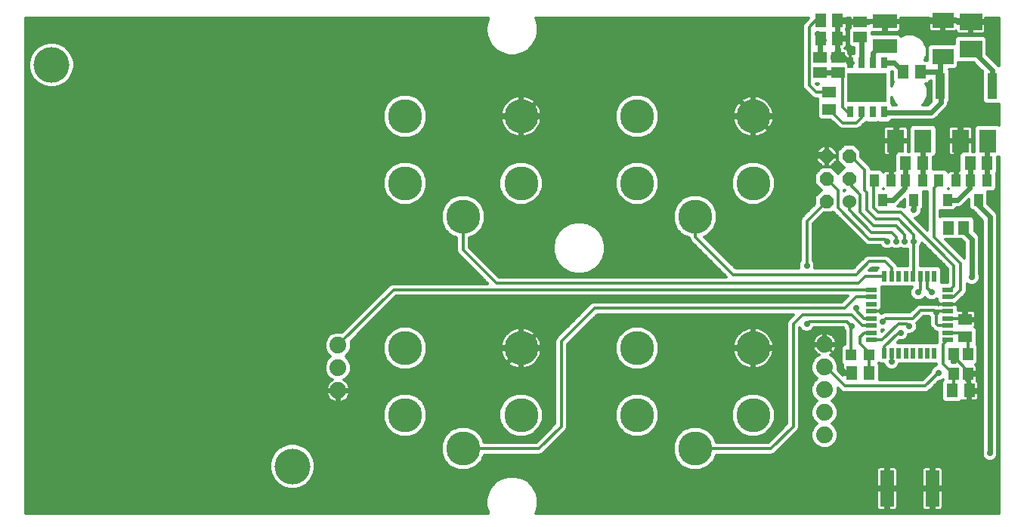
<source format=gbl>
G75*
G70*
%OFA0B0*%
%FSLAX24Y24*%
%IPPOS*%
%LPD*%
%AMOC8*
5,1,8,0,0,1.08239X$1,22.5*
%
%ADD10C,0.1502*%
%ADD11R,0.0512X0.0591*%
%ADD12R,0.0276X0.0512*%
%ADD13R,0.1750X0.1250*%
%ADD14R,0.0591X0.0512*%
%ADD15R,0.0394X0.1181*%
%ADD16R,0.0945X0.0709*%
%ADD17R,0.0984X0.0768*%
%ADD18R,0.1063X0.0630*%
%ADD19C,0.0740*%
%ADD20R,0.0500X0.0220*%
%ADD21R,0.0220X0.0500*%
%ADD22C,0.0600*%
%ADD23OC8,0.0600*%
%ADD24R,0.0472X0.0551*%
%ADD25R,0.0394X0.0551*%
%ADD26R,0.0768X0.0984*%
%ADD27R,0.0600X0.1600*%
%ADD28R,0.0472X0.0512*%
%ADD29C,0.0240*%
%ADD30C,0.0160*%
%ADD31C,0.0278*%
%ADD32C,0.0120*%
%ADD33C,0.1575*%
D10*
X018053Y004983D03*
X020612Y003506D03*
X023171Y004983D03*
X023171Y007936D03*
X018053Y007936D03*
X028289Y007936D03*
X033407Y007936D03*
X033407Y004983D03*
X030848Y003506D03*
X028289Y004983D03*
X030848Y013743D03*
X028289Y015219D03*
X033407Y015219D03*
X033407Y018172D03*
X028289Y018172D03*
X023171Y018172D03*
X018053Y018172D03*
X018053Y015219D03*
X020612Y013743D03*
X023171Y015219D03*
D11*
X036380Y021617D03*
X037128Y021617D03*
X037128Y022404D03*
X036380Y022404D03*
X040021Y020140D03*
X040769Y020140D03*
X040868Y016105D03*
X040120Y016105D03*
X042974Y016105D03*
X043722Y016105D03*
X042698Y013251D03*
X042029Y013251D03*
X038506Y006853D03*
X037757Y006853D03*
X042187Y006066D03*
X042935Y006066D03*
D12*
X039177Y018369D03*
X038677Y018369D03*
X038177Y018369D03*
X037677Y018369D03*
X037677Y020534D03*
X038177Y020534D03*
X038677Y020534D03*
X039177Y020534D03*
D13*
X038427Y019451D03*
D14*
X037147Y020101D03*
X037147Y020770D03*
X036360Y020770D03*
X036360Y020101D03*
X036754Y019235D03*
X036754Y018487D03*
X038131Y021676D03*
X038131Y022345D03*
X042757Y009195D03*
X042757Y008447D03*
D15*
X041659Y019522D03*
X043943Y019522D03*
D16*
X041773Y020819D03*
X041773Y022414D03*
D17*
X043007Y022351D03*
X043007Y021150D03*
D18*
X039214Y021262D03*
X039214Y022365D03*
D19*
X036557Y008097D03*
X036557Y007097D03*
X036557Y006097D03*
X036557Y005097D03*
X036557Y004097D03*
X015100Y006066D03*
X015100Y007066D03*
X015100Y008066D03*
D20*
X038607Y008310D03*
X038607Y008625D03*
X038607Y008940D03*
X038607Y009254D03*
X038607Y009569D03*
X038607Y009884D03*
X038607Y010199D03*
X038607Y010514D03*
X041987Y010514D03*
X041987Y010199D03*
X041987Y009884D03*
X041987Y009569D03*
X041987Y009254D03*
X041987Y008940D03*
X041987Y008625D03*
X041987Y008310D03*
D21*
X041399Y007722D03*
X041084Y007722D03*
X040769Y007722D03*
X040454Y007722D03*
X040139Y007722D03*
X039824Y007722D03*
X039509Y007722D03*
X039194Y007722D03*
X039194Y011102D03*
X039509Y011102D03*
X039824Y011102D03*
X040139Y011102D03*
X040454Y011102D03*
X040769Y011102D03*
X041084Y011102D03*
X041399Y011102D03*
D22*
X037647Y014416D03*
D23*
X036647Y014416D03*
X036647Y015416D03*
X037647Y015416D03*
X037647Y016416D03*
X036647Y016416D03*
D24*
X042246Y007680D03*
X042876Y007680D03*
X042876Y006814D03*
X042246Y006814D03*
D25*
X041970Y014491D03*
X041596Y015357D03*
X040868Y015357D03*
X040120Y015357D03*
X039490Y015357D03*
X038742Y015357D03*
X039116Y014491D03*
X040494Y014491D03*
X042344Y015357D03*
X042974Y015357D03*
X043722Y015357D03*
X043348Y014491D03*
D26*
X043752Y017089D03*
X042551Y017089D03*
X040897Y017089D03*
X039696Y017089D03*
D27*
X039313Y001735D03*
X041313Y001735D03*
D28*
X038531Y007640D03*
X037731Y007640D03*
D29*
X037246Y010101D02*
X025336Y010101D01*
X023171Y007936D01*
X021694Y006459D01*
X017265Y006459D01*
X016872Y006066D01*
X015100Y006066D01*
X033407Y018270D02*
X035179Y016499D01*
X036565Y016499D01*
X036647Y016416D01*
X039490Y016882D02*
X039490Y015357D01*
X040100Y015337D02*
X040100Y015022D01*
X039569Y014491D01*
X039116Y014491D01*
X040100Y015337D02*
X040120Y015357D01*
X040120Y016105D01*
X040868Y016105D02*
X040868Y017060D01*
X040897Y017089D01*
X040887Y017079D01*
X040887Y016991D01*
X040887Y016892D01*
X040789Y016794D01*
X039805Y016991D02*
X039598Y016991D01*
X039696Y017089D01*
X039706Y017099D01*
X039706Y017680D01*
X039903Y017877D01*
X042364Y017877D01*
X042561Y017680D01*
X042561Y017286D01*
X042344Y017069D01*
X042344Y015357D01*
X042344Y016882D01*
X042551Y017089D01*
X043722Y017060D02*
X043752Y017089D01*
X043722Y017060D02*
X043722Y016105D01*
X043722Y015357D01*
X043722Y015337D01*
X043742Y015317D01*
X042974Y015357D02*
X042954Y015337D01*
X042954Y015022D01*
X042423Y014491D01*
X041970Y014491D01*
X041773Y013940D02*
X043053Y013940D01*
X043446Y013546D01*
X043446Y010003D01*
X043446Y009904D01*
X043446Y009215D01*
X043446Y006459D01*
X043446Y005967D01*
X043446Y002916D01*
X042265Y001735D01*
X041281Y001735D01*
X039313Y001735D01*
X043840Y003310D02*
X043840Y013743D01*
X043348Y014235D01*
X043348Y014491D01*
X043387Y014491D01*
X042974Y015357D02*
X042974Y016105D01*
X040868Y016105D02*
X040868Y015357D01*
X040494Y014491D02*
X040454Y014491D01*
X040494Y014333D01*
X040494Y014038D01*
X042029Y013251D02*
X042029Y013191D01*
X042069Y013152D01*
X042659Y013152D02*
X043053Y012758D01*
X043053Y011085D01*
X042659Y013152D02*
X042698Y013191D01*
X042738Y013231D01*
X042698Y013251D02*
X042659Y013191D01*
X042659Y013152D01*
X042698Y013191D02*
X042698Y013251D01*
X039490Y016882D02*
X039696Y017089D01*
X039193Y018353D02*
X041265Y018353D01*
X041675Y018762D01*
X041675Y018999D01*
X041596Y019077D01*
X041675Y019156D01*
X041675Y019506D01*
X041659Y019522D01*
X041659Y020140D01*
X040769Y020140D01*
X040021Y020140D02*
X039628Y020534D01*
X039177Y020534D01*
X038677Y020534D02*
X038677Y020981D01*
X038919Y021223D01*
X039175Y021223D01*
X039214Y021262D01*
X038177Y021630D02*
X038177Y020534D01*
X037677Y020534D02*
X037639Y020534D01*
X037677Y020571D01*
X037677Y020595D01*
X037677Y020571D02*
X037677Y020534D01*
X037639Y020534D02*
X037344Y020829D01*
X037147Y020770D01*
X037128Y020869D01*
X037128Y021617D01*
X037128Y022404D01*
X037344Y022384D01*
X038033Y022384D01*
X038072Y022345D01*
X038131Y022345D01*
X038033Y022384D02*
X039194Y022384D01*
X039214Y022365D01*
X041724Y022365D01*
X041773Y022414D01*
X042944Y022414D01*
X043007Y022351D01*
X043250Y021321D02*
X043177Y021150D01*
X043007Y021150D01*
X043943Y020215D01*
X043943Y019522D01*
X043943Y019841D01*
X043939Y019845D01*
X041773Y020819D02*
X041659Y020705D01*
X041659Y020140D01*
X039193Y018353D02*
X039177Y018369D01*
X037147Y020101D02*
X036360Y020101D01*
X036360Y020770D02*
X036360Y021597D01*
X036380Y021617D01*
X036517Y021558D01*
X036320Y021558D01*
X036261Y021617D01*
X036261Y021814D01*
X038131Y021676D02*
X038177Y021630D01*
X033407Y018270D02*
X032029Y019648D01*
X024647Y019648D01*
X023171Y018172D01*
X033407Y018172D02*
X033407Y018270D01*
D30*
X037147Y020770D02*
X037088Y020987D01*
X037049Y021026D01*
X037049Y020829D01*
D31*
X037639Y020534D03*
X039214Y021223D03*
X036261Y021814D03*
X043250Y021321D03*
X040887Y016991D03*
X039805Y016991D03*
X043742Y015317D03*
X041773Y013940D03*
X040494Y014038D03*
X042069Y013152D03*
X042659Y013152D03*
X040494Y012660D03*
X040100Y012660D03*
X039706Y012660D03*
X039313Y012660D03*
X035769Y011577D03*
X037246Y010101D03*
X037935Y009707D03*
X037738Y008920D03*
X039116Y009117D03*
X039903Y008625D03*
X040297Y008920D03*
X041478Y009510D03*
X041281Y010396D03*
X040691Y010396D03*
X043053Y011085D03*
X043446Y010003D03*
X039509Y007345D03*
X041576Y006853D03*
X043446Y006459D03*
X043840Y003310D03*
X041281Y001735D03*
X039313Y001735D03*
X035769Y009018D03*
D32*
X001320Y000659D02*
X001320Y022495D01*
X021730Y022495D01*
X021706Y022454D01*
X021628Y022162D01*
X021628Y021859D01*
X021706Y021567D01*
X021858Y021305D01*
X022072Y021091D01*
X022334Y020940D01*
X022626Y020861D01*
X022928Y020861D01*
X023221Y020940D01*
X023483Y021091D01*
X023697Y021305D01*
X023848Y021567D01*
X023926Y021859D01*
X023926Y022162D01*
X023848Y022454D01*
X023824Y022495D01*
X035858Y022495D01*
X035709Y022346D01*
X035630Y022267D01*
X035588Y022165D01*
X035588Y019494D01*
X035630Y019391D01*
X036024Y018997D01*
X036127Y018955D01*
X036238Y018955D01*
X036238Y018888D01*
X036265Y018861D01*
X036238Y018834D01*
X036238Y018140D01*
X036367Y018011D01*
X036833Y018011D01*
X037205Y017639D01*
X037308Y017597D01*
X037990Y017597D01*
X038093Y017639D01*
X038172Y017718D01*
X038347Y017893D01*
X038406Y017893D01*
X038427Y017914D01*
X038448Y017893D01*
X038906Y017893D01*
X038927Y017914D01*
X038948Y017893D01*
X039406Y017893D01*
X039526Y018013D01*
X041333Y018013D01*
X041458Y018065D01*
X041554Y018160D01*
X041867Y018474D01*
X041963Y018570D01*
X042015Y018695D01*
X042015Y018779D01*
X042076Y018841D01*
X042076Y020204D01*
X042035Y020245D01*
X042337Y020245D01*
X042466Y020374D01*
X042466Y020546D01*
X043131Y020546D01*
X043526Y020151D01*
X043526Y018841D01*
X043655Y018712D01*
X044230Y018712D01*
X044234Y018715D01*
X044234Y017794D01*
X044227Y017801D01*
X043277Y017801D01*
X043148Y017672D01*
X043148Y016620D01*
X043095Y016620D01*
X043095Y017029D01*
X042611Y017029D01*
X042611Y017149D01*
X043095Y017149D01*
X043095Y017602D01*
X043084Y017643D01*
X043063Y017680D01*
X043033Y017709D01*
X042996Y017730D01*
X042956Y017741D01*
X042611Y017741D01*
X042611Y017149D01*
X042491Y017149D01*
X042491Y017741D01*
X042146Y017741D01*
X042105Y017730D01*
X042069Y017709D01*
X042039Y017680D01*
X042018Y017643D01*
X042007Y017602D01*
X042007Y017149D01*
X042491Y017149D01*
X042491Y017029D01*
X042611Y017029D01*
X042611Y016604D01*
X042498Y016491D01*
X042498Y015792D01*
X042383Y015792D01*
X042383Y015395D01*
X042306Y015395D01*
X042306Y015792D01*
X042126Y015792D01*
X042085Y015782D01*
X042049Y015760D01*
X042019Y015731D01*
X042013Y015720D01*
X042013Y015724D01*
X041884Y015852D01*
X041344Y015852D01*
X041344Y016377D01*
X041372Y016377D01*
X041501Y016506D01*
X041501Y017672D01*
X041372Y017801D01*
X040422Y017801D01*
X040293Y017672D01*
X040293Y016620D01*
X040240Y016620D01*
X040240Y017029D01*
X039756Y017029D01*
X039756Y016604D01*
X039644Y016491D01*
X039644Y015792D01*
X039528Y015792D01*
X039528Y015395D01*
X039451Y015395D01*
X039451Y015792D01*
X039272Y015792D01*
X039231Y015782D01*
X039195Y015760D01*
X039165Y015731D01*
X039159Y015720D01*
X039159Y015724D01*
X039030Y015852D01*
X038608Y015852D01*
X038608Y015865D01*
X038566Y015968D01*
X038487Y016047D01*
X038167Y016367D01*
X038167Y016631D01*
X037863Y016936D01*
X037432Y016936D01*
X037127Y016631D01*
X037127Y016201D01*
X037412Y015916D01*
X037147Y015651D01*
X036863Y015936D01*
X036432Y015936D01*
X036127Y015631D01*
X036127Y015201D01*
X036412Y014916D01*
X036127Y014631D01*
X036127Y014300D01*
X035532Y013704D01*
X035489Y013602D01*
X035489Y011805D01*
X035465Y011781D01*
X035410Y011649D01*
X035410Y011506D01*
X035428Y011464D01*
X032637Y011464D01*
X031245Y012856D01*
X031398Y012919D01*
X031671Y013193D01*
X031819Y013549D01*
X031819Y013936D01*
X031671Y014293D01*
X031398Y014566D01*
X031041Y014714D01*
X030655Y014714D01*
X030298Y014566D01*
X030025Y014293D01*
X029877Y013936D01*
X029877Y013549D01*
X030025Y013193D01*
X030298Y012919D01*
X030568Y012807D01*
X030568Y012801D01*
X030611Y012698D01*
X030689Y012619D01*
X032222Y011087D01*
X022187Y011087D01*
X020892Y012382D01*
X020892Y012807D01*
X021162Y012919D01*
X021435Y013193D01*
X021583Y013549D01*
X021583Y013936D01*
X021435Y014293D01*
X021162Y014566D01*
X020805Y014714D01*
X020419Y014714D01*
X020062Y014566D01*
X019788Y014293D01*
X019641Y013936D01*
X019641Y013549D01*
X019788Y013193D01*
X020062Y012919D01*
X020332Y012807D01*
X020332Y012211D01*
X020374Y012108D01*
X020453Y012029D01*
X021688Y010794D01*
X017493Y010794D01*
X017390Y010752D01*
X015272Y008633D01*
X015217Y008656D01*
X014983Y008656D01*
X014766Y008566D01*
X014600Y008400D01*
X014510Y008183D01*
X014510Y007948D01*
X014600Y007731D01*
X014766Y007566D01*
X014600Y007400D01*
X014510Y007183D01*
X014510Y006948D01*
X014600Y006731D01*
X014766Y006565D01*
X014847Y006532D01*
X014822Y006519D01*
X014755Y006470D01*
X014696Y006411D01*
X014647Y006343D01*
X014609Y006269D01*
X014583Y006190D01*
X014570Y006107D01*
X014570Y006106D01*
X015060Y006106D01*
X015060Y006026D01*
X014570Y006026D01*
X014570Y006024D01*
X014583Y005941D01*
X014609Y005862D01*
X014647Y005788D01*
X014696Y005720D01*
X014755Y005661D01*
X014822Y005612D01*
X014897Y005574D01*
X014976Y005549D01*
X015058Y005536D01*
X015060Y005536D01*
X015060Y006026D01*
X015140Y006026D01*
X015140Y006106D01*
X015630Y006106D01*
X015630Y006107D01*
X015617Y006190D01*
X015591Y006269D01*
X015553Y006343D01*
X015504Y006411D01*
X015445Y006470D01*
X015378Y006519D01*
X015353Y006532D01*
X015434Y006565D01*
X015600Y006731D01*
X015690Y006948D01*
X015690Y007183D01*
X015600Y007400D01*
X015434Y007566D01*
X015600Y007731D01*
X015690Y007948D01*
X015690Y008183D01*
X015668Y008237D01*
X017665Y010234D01*
X037574Y010234D01*
X037327Y009987D01*
X026363Y009987D01*
X026260Y009945D01*
X026182Y009866D01*
X017297Y009866D01*
X017415Y009985D02*
X026357Y009985D01*
X026182Y009866D02*
X024784Y008468D01*
X024705Y008389D01*
X024663Y008287D01*
X024663Y004607D01*
X023842Y003786D01*
X021547Y003786D01*
X021435Y004057D01*
X021162Y004330D01*
X020805Y004478D01*
X020419Y004478D01*
X020062Y004330D01*
X019788Y004057D01*
X019641Y003700D01*
X019641Y003313D01*
X019788Y002956D01*
X020062Y002683D01*
X020419Y002535D01*
X020805Y002535D01*
X021162Y002683D01*
X021435Y002956D01*
X021547Y003226D01*
X024014Y003226D01*
X024117Y003269D01*
X024196Y003348D01*
X025180Y004332D01*
X025223Y004435D01*
X025223Y008115D01*
X026535Y009427D01*
X035192Y009427D01*
X034941Y009177D01*
X034899Y009074D01*
X034899Y004607D01*
X034079Y003786D01*
X031783Y003786D01*
X031671Y004057D01*
X031398Y004330D01*
X031041Y004478D01*
X030655Y004478D01*
X030298Y004330D01*
X030025Y004057D01*
X029877Y003700D01*
X029877Y003313D01*
X030025Y002956D01*
X030298Y002683D01*
X030655Y002535D01*
X031041Y002535D01*
X031398Y002683D01*
X031671Y002956D01*
X031783Y003226D01*
X034250Y003226D01*
X034353Y003269D01*
X034432Y003348D01*
X035416Y004332D01*
X035459Y004435D01*
X035459Y008830D01*
X035465Y008815D01*
X035566Y008714D01*
X035698Y008659D01*
X035841Y008659D01*
X035973Y008714D01*
X036074Y008815D01*
X036083Y008837D01*
X037384Y008837D01*
X037433Y008716D01*
X037451Y008698D01*
X037451Y008116D01*
X037404Y008116D01*
X037275Y007987D01*
X037275Y007293D01*
X037355Y007214D01*
X037352Y007210D01*
X037342Y007169D01*
X037342Y006913D01*
X037697Y006913D01*
X037697Y006793D01*
X037342Y006793D01*
X037342Y006759D01*
X037139Y006962D01*
X037147Y006980D01*
X037147Y007214D01*
X037057Y007431D01*
X036891Y007597D01*
X036809Y007631D01*
X036834Y007644D01*
X036902Y007693D01*
X036961Y007752D01*
X037010Y007819D01*
X037048Y007894D01*
X037074Y007973D01*
X037087Y008055D01*
X037087Y008057D01*
X036597Y008057D01*
X036597Y008137D01*
X037087Y008137D01*
X037087Y008139D01*
X037074Y008221D01*
X037048Y008300D01*
X037010Y008375D01*
X036961Y008442D01*
X036902Y008501D01*
X036834Y008550D01*
X036760Y008588D01*
X036681Y008614D01*
X036598Y008627D01*
X036597Y008627D01*
X036597Y008137D01*
X036517Y008137D01*
X036517Y008627D01*
X036515Y008627D01*
X036433Y008614D01*
X036353Y008588D01*
X036279Y008550D01*
X036211Y008501D01*
X036152Y008442D01*
X036103Y008375D01*
X036066Y008300D01*
X036040Y008221D01*
X036027Y008139D01*
X036027Y008137D01*
X036517Y008137D01*
X036517Y008057D01*
X036027Y008057D01*
X036027Y008055D01*
X036040Y007973D01*
X036066Y007894D01*
X036103Y007819D01*
X036152Y007752D01*
X036211Y007693D01*
X036279Y007644D01*
X036304Y007631D01*
X036222Y007597D01*
X036057Y007431D01*
X035967Y007214D01*
X035967Y006980D01*
X036057Y006763D01*
X036222Y006597D01*
X036057Y006431D01*
X035967Y006214D01*
X035967Y005980D01*
X036057Y005763D01*
X036222Y005597D01*
X036057Y005431D01*
X035967Y005214D01*
X035967Y004980D01*
X036057Y004763D01*
X036222Y004597D01*
X036057Y004431D01*
X035967Y004214D01*
X035967Y003980D01*
X036057Y003763D01*
X036222Y003597D01*
X036439Y003507D01*
X036674Y003507D01*
X036891Y003597D01*
X037057Y003763D01*
X037147Y003980D01*
X037147Y004214D01*
X037057Y004431D01*
X036891Y004597D01*
X037057Y004763D01*
X037147Y004980D01*
X037147Y005214D01*
X037057Y005431D01*
X036891Y005597D01*
X037057Y005763D01*
X037147Y005980D01*
X037147Y006162D01*
X037205Y006104D01*
X037284Y006025D01*
X037387Y005982D01*
X041042Y005982D01*
X041144Y006025D01*
X041613Y006494D01*
X041648Y006494D01*
X041780Y006549D01*
X041789Y006558D01*
X041789Y006531D01*
X041711Y006452D01*
X041711Y005679D01*
X041840Y005550D01*
X042534Y005550D01*
X042609Y005626D01*
X042617Y005621D01*
X042658Y005610D01*
X042875Y005610D01*
X042875Y006006D01*
X042995Y006006D01*
X042995Y006126D01*
X042875Y006126D01*
X042875Y006521D01*
X042817Y006521D01*
X042817Y006755D01*
X042934Y006755D01*
X042934Y006378D01*
X042995Y006378D01*
X042995Y006126D01*
X043351Y006126D01*
X043351Y006382D01*
X043340Y006423D01*
X043319Y006459D01*
X043289Y006489D01*
X043268Y006501D01*
X043272Y006517D01*
X043272Y006755D01*
X042934Y006755D01*
X042934Y006872D01*
X043272Y006872D01*
X043272Y007110D01*
X043261Y007151D01*
X043240Y007187D01*
X043223Y007204D01*
X043332Y007313D01*
X043332Y008046D01*
X043273Y008105D01*
X043273Y008794D01*
X043197Y008870D01*
X043202Y008878D01*
X043213Y008918D01*
X043500Y008918D01*
X043500Y008800D02*
X043268Y008800D01*
X043273Y008681D02*
X043500Y008681D01*
X043500Y008563D02*
X043273Y008563D01*
X043273Y008444D02*
X043500Y008444D01*
X043500Y008326D02*
X043273Y008326D01*
X043273Y008207D02*
X043500Y008207D01*
X043500Y008089D02*
X043290Y008089D01*
X043332Y007970D02*
X043500Y007970D01*
X043500Y007852D02*
X043332Y007852D01*
X043332Y007733D02*
X043500Y007733D01*
X043500Y007615D02*
X043332Y007615D01*
X043332Y007496D02*
X043500Y007496D01*
X043500Y007378D02*
X043332Y007378D01*
X043278Y007259D02*
X043500Y007259D01*
X043500Y007141D02*
X043264Y007141D01*
X043272Y007022D02*
X043500Y007022D01*
X043500Y006904D02*
X043272Y006904D01*
X043272Y006667D02*
X043500Y006667D01*
X043500Y006785D02*
X042934Y006785D01*
X042876Y006814D02*
X042876Y006125D01*
X042935Y006066D01*
X043033Y005967D01*
X043446Y005967D01*
X043500Y005956D02*
X043351Y005956D01*
X043351Y006006D02*
X042995Y006006D01*
X042995Y005610D01*
X043212Y005610D01*
X043252Y005621D01*
X043289Y005642D01*
X043319Y005672D01*
X043340Y005708D01*
X043351Y005749D01*
X043351Y006006D01*
X043500Y006074D02*
X042995Y006074D01*
X042974Y006125D02*
X042935Y006066D01*
X042875Y005956D02*
X042995Y005956D01*
X042995Y005837D02*
X042875Y005837D01*
X042875Y005719D02*
X042995Y005719D01*
X043342Y005719D02*
X043500Y005719D01*
X043500Y005837D02*
X043351Y005837D01*
X043500Y005600D02*
X042584Y005600D01*
X041790Y005600D02*
X036894Y005600D01*
X037006Y005482D02*
X043500Y005482D01*
X043500Y005363D02*
X037085Y005363D01*
X037134Y005245D02*
X043500Y005245D01*
X043500Y005126D02*
X037147Y005126D01*
X037147Y005008D02*
X043500Y005008D01*
X043500Y004889D02*
X037109Y004889D01*
X037060Y004771D02*
X043500Y004771D01*
X043500Y004652D02*
X036946Y004652D01*
X036954Y004534D02*
X043500Y004534D01*
X043500Y004415D02*
X037064Y004415D01*
X037113Y004297D02*
X043500Y004297D01*
X043500Y004178D02*
X037147Y004178D01*
X037147Y004060D02*
X043500Y004060D01*
X043500Y003941D02*
X037131Y003941D01*
X037082Y003823D02*
X043500Y003823D01*
X043500Y003704D02*
X036998Y003704D01*
X036864Y003586D02*
X043500Y003586D01*
X043500Y003467D02*
X034551Y003467D01*
X034433Y003349D02*
X043481Y003349D01*
X043481Y003381D02*
X043481Y003238D01*
X043536Y003106D01*
X043637Y003005D01*
X043769Y002951D01*
X043912Y002951D01*
X044044Y003005D01*
X044145Y003106D01*
X044199Y003238D01*
X044199Y003381D01*
X044180Y003427D01*
X044180Y013810D01*
X044128Y013935D01*
X043765Y014299D01*
X043765Y014857D01*
X043761Y014861D01*
X044010Y014861D01*
X044139Y014990D01*
X044139Y015659D01*
X044198Y015718D01*
X044198Y016377D01*
X044227Y016377D01*
X044234Y016384D01*
X044234Y000659D01*
X023824Y000659D01*
X023848Y000701D01*
X023926Y000993D01*
X023926Y001296D01*
X023848Y001588D01*
X023697Y001850D01*
X023483Y002064D01*
X023221Y002215D01*
X022928Y002293D01*
X022626Y002293D01*
X022334Y002215D01*
X022072Y002064D01*
X021858Y001850D01*
X021706Y001588D01*
X021628Y001296D01*
X021628Y000993D01*
X021706Y000701D01*
X021730Y000659D01*
X001320Y000659D01*
X001320Y000742D02*
X021696Y000742D01*
X021664Y000860D02*
X001320Y000860D01*
X001320Y000979D02*
X021632Y000979D01*
X021628Y001097D02*
X001320Y001097D01*
X001320Y001216D02*
X021628Y001216D01*
X021639Y001334D02*
X001320Y001334D01*
X001320Y001453D02*
X021670Y001453D01*
X021702Y001571D02*
X001320Y001571D01*
X001320Y001690D02*
X021765Y001690D01*
X021834Y001808D02*
X013521Y001808D01*
X013477Y001783D02*
X013707Y001915D01*
X013895Y002103D01*
X014027Y002333D01*
X014096Y002589D01*
X014096Y002854D01*
X014027Y003110D01*
X013895Y003340D01*
X013707Y003528D01*
X013477Y003660D01*
X013221Y003729D01*
X012956Y003729D01*
X012700Y003660D01*
X012470Y003528D01*
X012282Y003340D01*
X012150Y003110D01*
X012081Y002854D01*
X012081Y002589D01*
X012150Y002333D01*
X012282Y002103D01*
X012470Y001915D01*
X012700Y001783D01*
X012956Y001714D01*
X013221Y001714D01*
X013477Y001783D01*
X013718Y001927D02*
X021935Y001927D01*
X022053Y002045D02*
X013837Y002045D01*
X013930Y002164D02*
X022245Y002164D01*
X022584Y002282D02*
X013998Y002282D01*
X014046Y002401D02*
X038853Y002401D01*
X038853Y002519D02*
X014077Y002519D01*
X014096Y002638D02*
X020172Y002638D01*
X019989Y002756D02*
X014096Y002756D01*
X014090Y002875D02*
X019870Y002875D01*
X019773Y002993D02*
X014059Y002993D01*
X014027Y003112D02*
X019724Y003112D01*
X019675Y003230D02*
X013958Y003230D01*
X013886Y003349D02*
X019641Y003349D01*
X019641Y003467D02*
X013768Y003467D01*
X013607Y003586D02*
X019641Y003586D01*
X019642Y003704D02*
X013314Y003704D01*
X012863Y003704D02*
X001320Y003704D01*
X001320Y003586D02*
X012570Y003586D01*
X012409Y003467D02*
X001320Y003467D01*
X001320Y003349D02*
X012291Y003349D01*
X012219Y003230D02*
X001320Y003230D01*
X001320Y003112D02*
X012151Y003112D01*
X012118Y002993D02*
X001320Y002993D01*
X001320Y002875D02*
X012087Y002875D01*
X012081Y002756D02*
X001320Y002756D01*
X001320Y002638D02*
X012081Y002638D01*
X012100Y002519D02*
X001320Y002519D01*
X001320Y002401D02*
X012132Y002401D01*
X012179Y002282D02*
X001320Y002282D01*
X001320Y002164D02*
X012247Y002164D01*
X012340Y002045D02*
X001320Y002045D01*
X001320Y001927D02*
X012459Y001927D01*
X012656Y001808D02*
X001320Y001808D01*
X001320Y003823D02*
X019692Y003823D01*
X019741Y003941D02*
X001320Y003941D01*
X001320Y004060D02*
X017744Y004060D01*
X017860Y004012D02*
X018246Y004012D01*
X018603Y004160D01*
X018876Y004433D01*
X019024Y004790D01*
X019024Y005176D01*
X018876Y005533D01*
X018603Y005806D01*
X018246Y005954D01*
X017860Y005954D01*
X017503Y005806D01*
X017229Y005533D01*
X017082Y005176D01*
X017082Y004790D01*
X017229Y004433D01*
X017503Y004160D01*
X017860Y004012D01*
X017484Y004178D02*
X001320Y004178D01*
X001320Y004297D02*
X017366Y004297D01*
X017247Y004415D02*
X001320Y004415D01*
X001320Y004534D02*
X017188Y004534D01*
X017139Y004652D02*
X001320Y004652D01*
X001320Y004771D02*
X017089Y004771D01*
X017082Y004889D02*
X001320Y004889D01*
X001320Y005008D02*
X017082Y005008D01*
X017082Y005126D02*
X001320Y005126D01*
X001320Y005245D02*
X017110Y005245D01*
X017159Y005363D02*
X001320Y005363D01*
X001320Y005482D02*
X017208Y005482D01*
X017297Y005600D02*
X015354Y005600D01*
X015378Y005612D02*
X015445Y005661D01*
X015504Y005720D01*
X015553Y005788D01*
X015591Y005862D01*
X015617Y005941D01*
X015630Y006024D01*
X015630Y006026D01*
X015140Y006026D01*
X015140Y005536D01*
X015142Y005536D01*
X015224Y005549D01*
X015303Y005574D01*
X015378Y005612D01*
X015503Y005719D02*
X017415Y005719D01*
X017577Y005837D02*
X015578Y005837D01*
X015619Y005956D02*
X024663Y005956D01*
X024663Y006074D02*
X015140Y006074D01*
X015060Y006074D02*
X001320Y006074D01*
X001320Y005956D02*
X014581Y005956D01*
X014622Y005837D02*
X001320Y005837D01*
X001320Y005719D02*
X014697Y005719D01*
X014846Y005600D02*
X001320Y005600D01*
X001320Y006193D02*
X014584Y006193D01*
X014630Y006311D02*
X001320Y006311D01*
X001320Y006430D02*
X014715Y006430D01*
X014807Y006548D02*
X001320Y006548D01*
X001320Y006667D02*
X014665Y006667D01*
X014578Y006785D02*
X001320Y006785D01*
X001320Y006904D02*
X014528Y006904D01*
X014510Y007022D02*
X001320Y007022D01*
X001320Y007141D02*
X014510Y007141D01*
X014542Y007259D02*
X001320Y007259D01*
X001320Y007378D02*
X014591Y007378D01*
X014696Y007496D02*
X001320Y007496D01*
X001320Y007615D02*
X014717Y007615D01*
X014599Y007733D02*
X001320Y007733D01*
X001320Y007852D02*
X014550Y007852D01*
X014510Y007970D02*
X001320Y007970D01*
X001320Y008089D02*
X014510Y008089D01*
X014520Y008207D02*
X001320Y008207D01*
X001320Y008326D02*
X014569Y008326D01*
X014644Y008444D02*
X001320Y008444D01*
X001320Y008563D02*
X014763Y008563D01*
X015320Y008681D02*
X001320Y008681D01*
X001320Y008800D02*
X015438Y008800D01*
X015557Y008918D02*
X001320Y008918D01*
X001320Y009037D02*
X015675Y009037D01*
X015794Y009155D02*
X001320Y009155D01*
X001320Y009274D02*
X015912Y009274D01*
X016031Y009392D02*
X001320Y009392D01*
X001320Y009511D02*
X016149Y009511D01*
X016268Y009629D02*
X001320Y009629D01*
X001320Y009748D02*
X016386Y009748D01*
X016505Y009866D02*
X001320Y009866D01*
X001320Y009985D02*
X016623Y009985D01*
X016742Y010103D02*
X001320Y010103D01*
X001320Y010222D02*
X016860Y010222D01*
X016979Y010340D02*
X001320Y010340D01*
X001320Y010459D02*
X017097Y010459D01*
X017216Y010577D02*
X001320Y010577D01*
X001320Y010696D02*
X017334Y010696D01*
X017549Y010514D02*
X015100Y008066D01*
X015650Y007852D02*
X017082Y007852D01*
X017082Y007742D02*
X017229Y007385D01*
X017503Y007112D01*
X017860Y006964D01*
X018246Y006964D01*
X018603Y007112D01*
X018876Y007385D01*
X019024Y007742D01*
X019024Y008129D01*
X018876Y008486D01*
X018603Y008759D01*
X018246Y008907D01*
X017860Y008907D01*
X017503Y008759D01*
X017229Y008486D01*
X017082Y008129D01*
X017082Y007742D01*
X017085Y007733D02*
X015601Y007733D01*
X015483Y007615D02*
X017135Y007615D01*
X017184Y007496D02*
X015504Y007496D01*
X015609Y007378D02*
X017237Y007378D01*
X017356Y007259D02*
X015658Y007259D01*
X015690Y007141D02*
X017474Y007141D01*
X017720Y007022D02*
X015690Y007022D01*
X015672Y006904D02*
X024663Y006904D01*
X024663Y007022D02*
X018385Y007022D01*
X018631Y007141D02*
X022725Y007141D01*
X022767Y007117D02*
X022877Y007071D01*
X022993Y007040D01*
X023111Y007024D01*
X023111Y007876D01*
X022260Y007876D01*
X022275Y007757D01*
X022306Y007642D01*
X022352Y007532D01*
X022412Y007428D01*
X022484Y007334D01*
X022569Y007249D01*
X022664Y007176D01*
X022767Y007117D01*
X022559Y007259D02*
X018750Y007259D01*
X018868Y007378D02*
X022450Y007378D01*
X022372Y007496D02*
X018922Y007496D01*
X018971Y007615D02*
X022318Y007615D01*
X022282Y007733D02*
X019020Y007733D01*
X019024Y007852D02*
X022263Y007852D01*
X022260Y007996D02*
X023111Y007996D01*
X023111Y008847D01*
X022993Y008831D01*
X022877Y008800D01*
X022767Y008755D01*
X022664Y008695D01*
X022569Y008622D01*
X022484Y008538D01*
X022412Y008443D01*
X022352Y008339D01*
X022306Y008229D01*
X022275Y008114D01*
X022260Y007996D01*
X022272Y008089D02*
X019024Y008089D01*
X019024Y007970D02*
X023111Y007970D01*
X023111Y007996D02*
X023111Y007876D01*
X023231Y007876D01*
X023231Y007996D01*
X023111Y007996D01*
X023111Y008089D02*
X023231Y008089D01*
X023231Y007996D02*
X023231Y008847D01*
X023349Y008831D01*
X023464Y008800D01*
X023575Y008755D01*
X023678Y008695D01*
X023773Y008622D01*
X023857Y008538D01*
X023930Y008443D01*
X023990Y008339D01*
X024036Y008229D01*
X024066Y008114D01*
X024082Y007996D01*
X023231Y007996D01*
X023231Y007970D02*
X024663Y007970D01*
X024663Y007852D02*
X024079Y007852D01*
X024082Y007876D02*
X023231Y007876D01*
X023231Y007024D01*
X023349Y007040D01*
X023464Y007071D01*
X023575Y007117D01*
X023678Y007176D01*
X023773Y007249D01*
X023857Y007334D01*
X023930Y007428D01*
X023990Y007532D01*
X024036Y007642D01*
X024066Y007757D01*
X024082Y007876D01*
X024060Y007733D02*
X024663Y007733D01*
X024663Y007615D02*
X024024Y007615D01*
X023969Y007496D02*
X024663Y007496D01*
X024663Y007378D02*
X023891Y007378D01*
X023783Y007259D02*
X024663Y007259D01*
X024663Y007141D02*
X023616Y007141D01*
X023231Y007141D02*
X023111Y007141D01*
X023111Y007259D02*
X023231Y007259D01*
X023231Y007378D02*
X023111Y007378D01*
X023111Y007496D02*
X023231Y007496D01*
X023231Y007615D02*
X023111Y007615D01*
X023111Y007733D02*
X023231Y007733D01*
X023231Y007852D02*
X023111Y007852D01*
X023111Y008207D02*
X023231Y008207D01*
X023231Y008326D02*
X023111Y008326D01*
X023111Y008444D02*
X023231Y008444D01*
X023231Y008563D02*
X023111Y008563D01*
X023111Y008681D02*
X023231Y008681D01*
X023231Y008800D02*
X023111Y008800D01*
X022876Y008800D02*
X018505Y008800D01*
X018681Y008681D02*
X022646Y008681D01*
X022509Y008563D02*
X018799Y008563D01*
X018893Y008444D02*
X022413Y008444D01*
X022346Y008326D02*
X018942Y008326D01*
X018991Y008207D02*
X022300Y008207D01*
X023466Y008800D02*
X025115Y008800D01*
X025234Y008918D02*
X016349Y008918D01*
X016467Y009037D02*
X025352Y009037D01*
X025471Y009155D02*
X016586Y009155D01*
X016704Y009274D02*
X025589Y009274D01*
X025708Y009392D02*
X016823Y009392D01*
X016941Y009511D02*
X025826Y009511D01*
X025945Y009629D02*
X017060Y009629D01*
X017178Y009748D02*
X026063Y009748D01*
X026419Y009707D02*
X037443Y009707D01*
X037935Y010199D01*
X038607Y010199D01*
X039077Y010222D02*
X040374Y010222D01*
X040386Y010193D02*
X040487Y010092D01*
X040619Y010037D01*
X040762Y010037D01*
X040894Y010092D01*
X040986Y010184D01*
X041078Y010092D01*
X041210Y010037D01*
X041353Y010037D01*
X041484Y010092D01*
X041517Y010124D01*
X041517Y009998D01*
X041577Y009938D01*
X041577Y009884D01*
X041577Y009858D01*
X041549Y009869D01*
X041482Y009869D01*
X041435Y009889D01*
X040733Y009889D01*
X040630Y009846D01*
X040552Y009767D01*
X040319Y009534D01*
X039198Y009534D01*
X039095Y009492D01*
X039079Y009476D01*
X039057Y009476D01*
X039017Y009516D01*
X039017Y009569D01*
X038963Y009569D01*
X038963Y009569D01*
X038963Y009569D01*
X039017Y009569D01*
X039017Y009623D01*
X039077Y009683D01*
X039077Y010632D01*
X040419Y010632D01*
X040386Y010600D01*
X040331Y010468D01*
X040331Y010325D01*
X040386Y010193D01*
X040476Y010103D02*
X039077Y010103D01*
X039077Y009985D02*
X041530Y009985D01*
X041577Y009884D02*
X041631Y009884D01*
X041577Y009884D01*
X041577Y009866D02*
X041557Y009866D01*
X041631Y009884D02*
X041631Y009884D01*
X041631Y009884D01*
X041517Y010103D02*
X041496Y010103D01*
X041281Y010396D02*
X041084Y010593D01*
X041084Y011102D01*
X040789Y011082D02*
X040789Y010495D01*
X040691Y010396D01*
X040377Y010577D02*
X039077Y010577D01*
X039077Y010459D02*
X040331Y010459D01*
X040331Y010340D02*
X039077Y010340D01*
X038607Y010514D02*
X017549Y010514D01*
X017652Y010222D02*
X037561Y010222D01*
X037442Y010103D02*
X017534Y010103D01*
X017601Y008800D02*
X016230Y008800D01*
X016112Y008681D02*
X017425Y008681D01*
X017306Y008563D02*
X015993Y008563D01*
X015875Y008444D02*
X017212Y008444D01*
X017163Y008326D02*
X015756Y008326D01*
X015680Y008207D02*
X017114Y008207D01*
X017082Y008089D02*
X015690Y008089D01*
X015690Y007970D02*
X017082Y007970D01*
X015622Y006785D02*
X024663Y006785D01*
X024663Y006667D02*
X015535Y006667D01*
X015393Y006548D02*
X024663Y006548D01*
X024663Y006430D02*
X015485Y006430D01*
X015570Y006311D02*
X024663Y006311D01*
X024663Y006193D02*
X015616Y006193D01*
X015140Y005956D02*
X015060Y005956D01*
X015060Y005837D02*
X015140Y005837D01*
X015140Y005719D02*
X015060Y005719D01*
X015060Y005600D02*
X015140Y005600D01*
X018528Y005837D02*
X022695Y005837D01*
X022621Y005806D02*
X022348Y005533D01*
X022200Y005176D01*
X022200Y004790D01*
X022348Y004433D01*
X022621Y004160D01*
X022978Y004012D01*
X023364Y004012D01*
X023721Y004160D01*
X023994Y004433D01*
X024142Y004790D01*
X024142Y005176D01*
X023994Y005533D01*
X023721Y005806D01*
X023364Y005954D01*
X022978Y005954D01*
X022621Y005806D01*
X022533Y005719D02*
X018690Y005719D01*
X018809Y005600D02*
X022415Y005600D01*
X022326Y005482D02*
X018897Y005482D01*
X018946Y005363D02*
X022277Y005363D01*
X022228Y005245D02*
X018996Y005245D01*
X019024Y005126D02*
X022200Y005126D01*
X022200Y005008D02*
X019024Y005008D01*
X019024Y004889D02*
X022200Y004889D01*
X022208Y004771D02*
X019016Y004771D01*
X018967Y004652D02*
X022257Y004652D01*
X022306Y004534D02*
X018918Y004534D01*
X018858Y004415D02*
X020268Y004415D01*
X020029Y004297D02*
X018740Y004297D01*
X018621Y004178D02*
X019910Y004178D01*
X019792Y004060D02*
X018362Y004060D01*
X020612Y003506D02*
X023958Y003506D01*
X024943Y004491D01*
X024943Y008231D01*
X026419Y009707D01*
X026500Y009392D02*
X035157Y009392D01*
X035038Y009274D02*
X026381Y009274D01*
X026263Y009155D02*
X034932Y009155D01*
X034899Y009037D02*
X026144Y009037D01*
X026026Y008918D02*
X034899Y008918D01*
X034899Y008800D02*
X033702Y008800D01*
X033701Y008800D02*
X033585Y008831D01*
X033467Y008847D01*
X033467Y007996D01*
X033347Y007996D01*
X033347Y008847D01*
X033229Y008831D01*
X033114Y008800D01*
X033003Y008755D01*
X032900Y008695D01*
X032805Y008622D01*
X032721Y008538D01*
X032648Y008443D01*
X032588Y008339D01*
X032542Y008229D01*
X032511Y008114D01*
X032496Y007996D01*
X033347Y007996D01*
X033347Y007876D01*
X032496Y007876D01*
X032511Y007757D01*
X032542Y007642D01*
X032588Y007532D01*
X032648Y007428D01*
X032721Y007334D01*
X032805Y007249D01*
X032900Y007176D01*
X033003Y007117D01*
X033114Y007071D01*
X033229Y007040D01*
X033347Y007024D01*
X033347Y007876D01*
X033467Y007876D01*
X033467Y007996D01*
X034318Y007996D01*
X034303Y008114D01*
X034272Y008229D01*
X034226Y008339D01*
X034166Y008443D01*
X034094Y008538D01*
X034009Y008622D01*
X033914Y008695D01*
X033811Y008755D01*
X033701Y008800D01*
X033467Y008800D02*
X033347Y008800D01*
X033347Y008681D02*
X033467Y008681D01*
X033467Y008563D02*
X033347Y008563D01*
X033347Y008444D02*
X033467Y008444D01*
X033467Y008326D02*
X033347Y008326D01*
X033347Y008207D02*
X033467Y008207D01*
X033467Y008089D02*
X033347Y008089D01*
X033347Y007970D02*
X029260Y007970D01*
X029260Y007852D02*
X032499Y007852D01*
X032518Y007733D02*
X029256Y007733D01*
X029260Y007742D02*
X029112Y007385D01*
X028839Y007112D01*
X028482Y006964D01*
X028096Y006964D01*
X027739Y007112D01*
X027466Y007385D01*
X027318Y007742D01*
X027318Y008129D01*
X027466Y008486D01*
X027739Y008759D01*
X028096Y008907D01*
X028482Y008907D01*
X028839Y008759D01*
X029112Y008486D01*
X029260Y008129D01*
X029260Y007742D01*
X029207Y007615D02*
X032554Y007615D01*
X032609Y007496D02*
X029158Y007496D01*
X029104Y007378D02*
X032687Y007378D01*
X032795Y007259D02*
X028986Y007259D01*
X028867Y007141D02*
X032962Y007141D01*
X033347Y007141D02*
X033467Y007141D01*
X033467Y007024D02*
X033585Y007040D01*
X033701Y007071D01*
X033811Y007117D01*
X033914Y007176D01*
X034009Y007249D01*
X034094Y007334D01*
X034166Y007428D01*
X034226Y007532D01*
X034272Y007642D01*
X034303Y007757D01*
X034318Y007876D01*
X033467Y007876D01*
X033467Y007024D01*
X033467Y007259D02*
X033347Y007259D01*
X033347Y007378D02*
X033467Y007378D01*
X033467Y007496D02*
X033347Y007496D01*
X033347Y007615D02*
X033467Y007615D01*
X033467Y007733D02*
X033347Y007733D01*
X033347Y007852D02*
X033467Y007852D01*
X033467Y007970D02*
X034899Y007970D01*
X034899Y007852D02*
X034315Y007852D01*
X034296Y007733D02*
X034899Y007733D01*
X034899Y007615D02*
X034260Y007615D01*
X034205Y007496D02*
X034899Y007496D01*
X034899Y007378D02*
X034127Y007378D01*
X034019Y007259D02*
X034899Y007259D01*
X034899Y007141D02*
X033853Y007141D01*
X034899Y007022D02*
X028621Y007022D01*
X027956Y007022D02*
X025223Y007022D01*
X025223Y006904D02*
X034899Y006904D01*
X034899Y006785D02*
X025223Y006785D01*
X025223Y006667D02*
X034899Y006667D01*
X034899Y006548D02*
X025223Y006548D01*
X025223Y006430D02*
X034899Y006430D01*
X034899Y006311D02*
X025223Y006311D01*
X025223Y006193D02*
X034899Y006193D01*
X034899Y006074D02*
X025223Y006074D01*
X025223Y005956D02*
X034899Y005956D01*
X034899Y005837D02*
X033882Y005837D01*
X033957Y005806D02*
X033600Y005954D01*
X033214Y005954D01*
X032857Y005806D01*
X032584Y005533D01*
X032436Y005176D01*
X032436Y004790D01*
X032584Y004433D01*
X032857Y004160D01*
X033214Y004012D01*
X033600Y004012D01*
X033957Y004160D01*
X034230Y004433D01*
X034378Y004790D01*
X034378Y005176D01*
X034230Y005533D01*
X033957Y005806D01*
X034045Y005719D02*
X034899Y005719D01*
X034899Y005600D02*
X034163Y005600D01*
X034252Y005482D02*
X034899Y005482D01*
X034899Y005363D02*
X034301Y005363D01*
X034350Y005245D02*
X034899Y005245D01*
X034899Y005126D02*
X034378Y005126D01*
X034378Y005008D02*
X034899Y005008D01*
X034899Y004889D02*
X034378Y004889D01*
X034370Y004771D02*
X034899Y004771D01*
X034899Y004652D02*
X034321Y004652D01*
X034272Y004534D02*
X034826Y004534D01*
X034707Y004415D02*
X034213Y004415D01*
X034094Y004297D02*
X034589Y004297D01*
X034470Y004178D02*
X033976Y004178D01*
X033716Y004060D02*
X034352Y004060D01*
X034233Y003941D02*
X031719Y003941D01*
X031768Y003823D02*
X034115Y003823D01*
X034194Y003506D02*
X030848Y003506D01*
X029960Y003112D02*
X021499Y003112D01*
X021450Y002993D02*
X030009Y002993D01*
X030106Y002875D02*
X021353Y002875D01*
X021235Y002756D02*
X030225Y002756D01*
X030408Y002638D02*
X021052Y002638D01*
X022970Y002282D02*
X038853Y002282D01*
X038853Y002164D02*
X023310Y002164D01*
X023501Y002045D02*
X038853Y002045D01*
X038853Y001927D02*
X023620Y001927D01*
X023721Y001808D02*
X038853Y001808D01*
X038853Y001795D02*
X039253Y001795D01*
X039253Y002695D01*
X038992Y002695D01*
X038951Y002684D01*
X038914Y002663D01*
X038885Y002633D01*
X038864Y002597D01*
X038853Y002556D01*
X038853Y001795D01*
X038853Y001675D02*
X038853Y000914D01*
X038864Y000873D01*
X038885Y000837D01*
X038914Y000807D01*
X038951Y000786D01*
X038992Y000775D01*
X039253Y000775D01*
X039253Y001675D01*
X039373Y001675D01*
X039373Y001795D01*
X039773Y001795D01*
X039773Y002556D01*
X039762Y002597D01*
X039741Y002633D01*
X039711Y002663D01*
X039674Y002684D01*
X039634Y002695D01*
X039373Y002695D01*
X039373Y001795D01*
X039253Y001795D01*
X039253Y001675D01*
X038853Y001675D01*
X038853Y001571D02*
X023852Y001571D01*
X023884Y001453D02*
X038853Y001453D01*
X038853Y001334D02*
X023916Y001334D01*
X023926Y001216D02*
X038853Y001216D01*
X038853Y001097D02*
X023926Y001097D01*
X023922Y000979D02*
X038853Y000979D01*
X038871Y000860D02*
X023891Y000860D01*
X023859Y000742D02*
X044234Y000742D01*
X044234Y000860D02*
X041754Y000860D01*
X041762Y000873D02*
X041773Y000914D01*
X041773Y001675D01*
X041373Y001675D01*
X041373Y001795D01*
X041773Y001795D01*
X041773Y002556D01*
X041762Y002597D01*
X041741Y002633D01*
X041711Y002663D01*
X041674Y002684D01*
X041634Y002695D01*
X041373Y002695D01*
X041373Y001795D01*
X041253Y001795D01*
X041253Y002695D01*
X040992Y002695D01*
X040951Y002684D01*
X040914Y002663D01*
X040885Y002633D01*
X040864Y002597D01*
X040853Y002556D01*
X040853Y001795D01*
X041253Y001795D01*
X041253Y001675D01*
X041373Y001675D01*
X041373Y000775D01*
X041634Y000775D01*
X041674Y000786D01*
X041711Y000807D01*
X041741Y000837D01*
X041762Y000873D01*
X041773Y000979D02*
X044234Y000979D01*
X044234Y001097D02*
X041773Y001097D01*
X041773Y001216D02*
X044234Y001216D01*
X044234Y001334D02*
X041773Y001334D01*
X041773Y001453D02*
X044234Y001453D01*
X044234Y001571D02*
X041773Y001571D01*
X041773Y001808D02*
X044234Y001808D01*
X044234Y001690D02*
X041373Y001690D01*
X041313Y001735D02*
X041281Y001735D01*
X041253Y001690D02*
X039373Y001690D01*
X039373Y001675D02*
X039773Y001675D01*
X039773Y000914D01*
X039762Y000873D01*
X039741Y000837D01*
X039711Y000807D01*
X039674Y000786D01*
X039634Y000775D01*
X039373Y000775D01*
X039373Y001675D01*
X039373Y001571D02*
X039253Y001571D01*
X039253Y001453D02*
X039373Y001453D01*
X039373Y001334D02*
X039253Y001334D01*
X039253Y001216D02*
X039373Y001216D01*
X039373Y001097D02*
X039253Y001097D01*
X039253Y000979D02*
X039373Y000979D01*
X039373Y000860D02*
X039253Y000860D01*
X039754Y000860D02*
X040871Y000860D01*
X040864Y000873D02*
X040885Y000837D01*
X040914Y000807D01*
X040951Y000786D01*
X040992Y000775D01*
X041253Y000775D01*
X041253Y001675D01*
X040853Y001675D01*
X040853Y000914D01*
X040864Y000873D01*
X040853Y000979D02*
X039773Y000979D01*
X039773Y001097D02*
X040853Y001097D01*
X040853Y001216D02*
X039773Y001216D01*
X039773Y001334D02*
X040853Y001334D01*
X040853Y001453D02*
X039773Y001453D01*
X039773Y001571D02*
X040853Y001571D01*
X040853Y001808D02*
X039773Y001808D01*
X039773Y001927D02*
X040853Y001927D01*
X040853Y002045D02*
X039773Y002045D01*
X039773Y002164D02*
X040853Y002164D01*
X040853Y002282D02*
X039773Y002282D01*
X039773Y002401D02*
X040853Y002401D01*
X040853Y002519D02*
X039773Y002519D01*
X039736Y002638D02*
X040889Y002638D01*
X041253Y002638D02*
X041373Y002638D01*
X041373Y002519D02*
X041253Y002519D01*
X041253Y002401D02*
X041373Y002401D01*
X041373Y002282D02*
X041253Y002282D01*
X041253Y002164D02*
X041373Y002164D01*
X041373Y002045D02*
X041253Y002045D01*
X041253Y001927D02*
X041373Y001927D01*
X041373Y001808D02*
X041253Y001808D01*
X041253Y001571D02*
X041373Y001571D01*
X041373Y001453D02*
X041253Y001453D01*
X041253Y001334D02*
X041373Y001334D01*
X041373Y001216D02*
X041253Y001216D01*
X041253Y001097D02*
X041373Y001097D01*
X041373Y000979D02*
X041253Y000979D01*
X041253Y000860D02*
X041373Y000860D01*
X041773Y001927D02*
X044234Y001927D01*
X044234Y002045D02*
X041773Y002045D01*
X041773Y002164D02*
X044234Y002164D01*
X044234Y002282D02*
X041773Y002282D01*
X041773Y002401D02*
X044234Y002401D01*
X044234Y002519D02*
X041773Y002519D01*
X041736Y002638D02*
X044234Y002638D01*
X044234Y002756D02*
X031471Y002756D01*
X031590Y002875D02*
X044234Y002875D01*
X044234Y002993D02*
X044014Y002993D01*
X044147Y003112D02*
X044234Y003112D01*
X044234Y003230D02*
X044196Y003230D01*
X044199Y003349D02*
X044234Y003349D01*
X044234Y003467D02*
X044180Y003467D01*
X044180Y003586D02*
X044234Y003586D01*
X044234Y003704D02*
X044180Y003704D01*
X044180Y003823D02*
X044234Y003823D01*
X044234Y003941D02*
X044180Y003941D01*
X044180Y004060D02*
X044234Y004060D01*
X044234Y004178D02*
X044180Y004178D01*
X044180Y004297D02*
X044234Y004297D01*
X044234Y004415D02*
X044180Y004415D01*
X044180Y004534D02*
X044234Y004534D01*
X044234Y004652D02*
X044180Y004652D01*
X044180Y004771D02*
X044234Y004771D01*
X044234Y004889D02*
X044180Y004889D01*
X044180Y005008D02*
X044234Y005008D01*
X044234Y005126D02*
X044180Y005126D01*
X044180Y005245D02*
X044234Y005245D01*
X044234Y005363D02*
X044180Y005363D01*
X044180Y005482D02*
X044234Y005482D01*
X044234Y005600D02*
X044180Y005600D01*
X044180Y005719D02*
X044234Y005719D01*
X044234Y005837D02*
X044180Y005837D01*
X044180Y005956D02*
X044234Y005956D01*
X044234Y006074D02*
X044180Y006074D01*
X044180Y006193D02*
X044234Y006193D01*
X044234Y006311D02*
X044180Y006311D01*
X044180Y006430D02*
X044234Y006430D01*
X044234Y006548D02*
X044180Y006548D01*
X044180Y006667D02*
X044234Y006667D01*
X044234Y006785D02*
X044180Y006785D01*
X044180Y006904D02*
X044234Y006904D01*
X044234Y007022D02*
X044180Y007022D01*
X044180Y007141D02*
X044234Y007141D01*
X044234Y007259D02*
X044180Y007259D01*
X044180Y007378D02*
X044234Y007378D01*
X044234Y007496D02*
X044180Y007496D01*
X044180Y007615D02*
X044234Y007615D01*
X044234Y007733D02*
X044180Y007733D01*
X044180Y007852D02*
X044234Y007852D01*
X044234Y007970D02*
X044180Y007970D01*
X044180Y008089D02*
X044234Y008089D01*
X044234Y008207D02*
X044180Y008207D01*
X044180Y008326D02*
X044234Y008326D01*
X044234Y008444D02*
X044180Y008444D01*
X044180Y008563D02*
X044234Y008563D01*
X044234Y008681D02*
X044180Y008681D01*
X044180Y008800D02*
X044234Y008800D01*
X044234Y008918D02*
X044180Y008918D01*
X044180Y009037D02*
X044234Y009037D01*
X044234Y009155D02*
X044180Y009155D01*
X044180Y009274D02*
X044234Y009274D01*
X044234Y009392D02*
X044180Y009392D01*
X044180Y009511D02*
X044234Y009511D01*
X044234Y009629D02*
X044180Y009629D01*
X044180Y009748D02*
X044234Y009748D01*
X044234Y009866D02*
X044180Y009866D01*
X044180Y009985D02*
X044234Y009985D01*
X044234Y010103D02*
X044180Y010103D01*
X044180Y010222D02*
X044234Y010222D01*
X044234Y010340D02*
X044180Y010340D01*
X044180Y010459D02*
X044234Y010459D01*
X044234Y010577D02*
X044180Y010577D01*
X044180Y010696D02*
X044234Y010696D01*
X044234Y010814D02*
X044180Y010814D01*
X044180Y010933D02*
X044234Y010933D01*
X044234Y011051D02*
X044180Y011051D01*
X044180Y011170D02*
X044234Y011170D01*
X044234Y011288D02*
X044180Y011288D01*
X044180Y011407D02*
X044234Y011407D01*
X044234Y011525D02*
X044180Y011525D01*
X044180Y011644D02*
X044234Y011644D01*
X044234Y011762D02*
X044180Y011762D01*
X044180Y011881D02*
X044234Y011881D01*
X044234Y011999D02*
X044180Y011999D01*
X044180Y012118D02*
X044234Y012118D01*
X044234Y012236D02*
X044180Y012236D01*
X044180Y012355D02*
X044234Y012355D01*
X044234Y012473D02*
X044180Y012473D01*
X044180Y012592D02*
X044234Y012592D01*
X044234Y012710D02*
X044180Y012710D01*
X044180Y012829D02*
X044234Y012829D01*
X044234Y012947D02*
X044180Y012947D01*
X044180Y013066D02*
X044234Y013066D01*
X044234Y013184D02*
X044180Y013184D01*
X044180Y013303D02*
X044234Y013303D01*
X044234Y013421D02*
X044180Y013421D01*
X044180Y013540D02*
X044234Y013540D01*
X044234Y013658D02*
X044180Y013658D01*
X044180Y013777D02*
X044234Y013777D01*
X044234Y013895D02*
X044145Y013895D01*
X044234Y014014D02*
X044050Y014014D01*
X043932Y014132D02*
X044234Y014132D01*
X044234Y014251D02*
X043813Y014251D01*
X043765Y014369D02*
X044234Y014369D01*
X044234Y014488D02*
X043765Y014488D01*
X043765Y014606D02*
X044234Y014606D01*
X044234Y014725D02*
X043765Y014725D01*
X043765Y014843D02*
X044234Y014843D01*
X044234Y014962D02*
X044110Y014962D01*
X044139Y015080D02*
X044234Y015080D01*
X044234Y015199D02*
X044139Y015199D01*
X044139Y015317D02*
X044234Y015317D01*
X044234Y015436D02*
X044139Y015436D01*
X044139Y015554D02*
X044234Y015554D01*
X044234Y015673D02*
X044152Y015673D01*
X044198Y015791D02*
X044234Y015791D01*
X044234Y015910D02*
X044198Y015910D01*
X044198Y016028D02*
X044234Y016028D01*
X044234Y016147D02*
X044198Y016147D01*
X044198Y016265D02*
X044234Y016265D01*
X044233Y016384D02*
X044234Y016384D01*
X043148Y016621D02*
X043095Y016621D01*
X043095Y016739D02*
X043148Y016739D01*
X043148Y016858D02*
X043095Y016858D01*
X043095Y016976D02*
X043148Y016976D01*
X043148Y017095D02*
X042611Y017095D01*
X042611Y017213D02*
X042491Y017213D01*
X042491Y017095D02*
X041501Y017095D01*
X041501Y017213D02*
X042007Y017213D01*
X042007Y017332D02*
X041501Y017332D01*
X041501Y017450D02*
X042007Y017450D01*
X042007Y017569D02*
X041501Y017569D01*
X041486Y017687D02*
X042047Y017687D01*
X042491Y017687D02*
X042611Y017687D01*
X042611Y017569D02*
X042491Y017569D01*
X042491Y017450D02*
X042611Y017450D01*
X042611Y017332D02*
X042491Y017332D01*
X042491Y017029D02*
X042007Y017029D01*
X042007Y016576D01*
X042018Y016535D01*
X042039Y016499D01*
X042069Y016469D01*
X042105Y016448D01*
X042146Y016437D01*
X042491Y016437D01*
X042491Y017029D01*
X042491Y016976D02*
X042611Y016976D01*
X042611Y016858D02*
X042491Y016858D01*
X042491Y016739D02*
X042611Y016739D01*
X042611Y016621D02*
X042491Y016621D01*
X042491Y016502D02*
X042509Y016502D01*
X042498Y016384D02*
X041379Y016384D01*
X041344Y016265D02*
X042498Y016265D01*
X042498Y016147D02*
X041344Y016147D01*
X041344Y016028D02*
X042498Y016028D01*
X042498Y015910D02*
X041344Y015910D01*
X041945Y015791D02*
X042121Y015791D01*
X042306Y015791D02*
X042383Y015791D01*
X042383Y015673D02*
X042306Y015673D01*
X042306Y015554D02*
X042383Y015554D01*
X042383Y015436D02*
X042306Y015436D01*
X042013Y014994D02*
X042017Y014986D01*
X042009Y014986D01*
X042013Y014990D01*
X042013Y014994D01*
X041596Y015239D02*
X041380Y015022D01*
X041380Y012857D01*
X042561Y011676D01*
X042561Y010495D01*
X042265Y010199D01*
X041987Y010199D01*
X041987Y009884D02*
X043427Y009884D01*
X043446Y009904D01*
X043500Y009866D02*
X042397Y009866D01*
X042397Y009884D02*
X042343Y009884D01*
X042343Y009884D01*
X042343Y009884D01*
X042397Y009884D01*
X042397Y009831D01*
X042457Y009771D01*
X042457Y009611D01*
X042697Y009611D01*
X042697Y009255D01*
X042817Y009255D01*
X042817Y009611D01*
X043074Y009611D01*
X043115Y009600D01*
X043151Y009579D01*
X043181Y009550D01*
X043202Y009513D01*
X043213Y009472D01*
X043213Y009255D01*
X042817Y009255D01*
X042817Y009135D01*
X043213Y009135D01*
X043213Y008918D01*
X043213Y009037D02*
X043500Y009037D01*
X043500Y009155D02*
X042817Y009155D01*
X042757Y009195D02*
X042797Y009254D01*
X042817Y009274D02*
X042697Y009274D01*
X042757Y009195D02*
X042876Y009215D01*
X042876Y009235D01*
X042856Y009254D01*
X043407Y009254D01*
X043446Y009215D01*
X043500Y009274D02*
X043213Y009274D01*
X043213Y009392D02*
X043500Y009392D01*
X043500Y009511D02*
X043203Y009511D01*
X043500Y009629D02*
X042457Y009629D01*
X042457Y009748D02*
X043500Y009748D01*
X043500Y009985D02*
X042447Y009985D01*
X042424Y009962D02*
X042719Y010257D01*
X042798Y010336D01*
X042841Y010439D01*
X042841Y010790D01*
X042849Y010781D01*
X042981Y010726D01*
X043124Y010726D01*
X043256Y010781D01*
X043357Y010882D01*
X043412Y011014D01*
X043412Y011157D01*
X043393Y011203D01*
X043393Y012826D01*
X043341Y012951D01*
X043174Y013118D01*
X043174Y013637D01*
X043045Y013766D01*
X041682Y013766D01*
X041660Y013743D01*
X041660Y014018D01*
X041682Y013995D01*
X042258Y013995D01*
X042387Y014124D01*
X042387Y014151D01*
X042490Y014151D01*
X042615Y014202D01*
X042931Y014518D01*
X042931Y014124D01*
X043060Y013995D01*
X043107Y013995D01*
X043155Y013947D01*
X043500Y013602D01*
X043500Y003427D01*
X043481Y003381D01*
X043484Y003230D02*
X034259Y003230D01*
X034194Y003506D02*
X035179Y004491D01*
X035179Y009018D01*
X035572Y009412D01*
X037738Y009412D01*
X038210Y008940D01*
X038607Y008940D01*
X038607Y009254D02*
X038289Y009254D01*
X037935Y009609D01*
X037935Y009707D01*
X038607Y009569D02*
X040356Y009569D01*
X040671Y009884D01*
X041987Y009884D01*
X041987Y009569D02*
X041478Y009569D01*
X041478Y009510D01*
X041380Y009609D01*
X040789Y009609D01*
X040435Y009254D01*
X039254Y009254D01*
X039116Y009117D01*
X039140Y009511D02*
X039022Y009511D01*
X039023Y009629D02*
X040413Y009629D01*
X040532Y009748D02*
X039077Y009748D01*
X039077Y009866D02*
X040678Y009866D01*
X040905Y010103D02*
X041066Y010103D01*
X041987Y010514D02*
X042088Y010514D01*
X042265Y010691D01*
X042265Y011577D01*
X039903Y013940D01*
X038919Y013940D01*
X038722Y014136D01*
X038722Y015317D01*
X038624Y015219D01*
X038742Y015239D02*
X038722Y015317D01*
X038742Y015357D02*
X038742Y015239D01*
X039159Y014994D02*
X039163Y014986D01*
X039155Y014986D01*
X039159Y014990D01*
X039159Y014994D01*
X039451Y015436D02*
X039528Y015436D01*
X039528Y015554D02*
X039451Y015554D01*
X039451Y015673D02*
X039528Y015673D01*
X039528Y015791D02*
X039451Y015791D01*
X039267Y015791D02*
X039091Y015791D01*
X038590Y015910D02*
X039644Y015910D01*
X039644Y016028D02*
X038506Y016028D01*
X038387Y016147D02*
X039644Y016147D01*
X039644Y016265D02*
X038269Y016265D01*
X038167Y016384D02*
X039644Y016384D01*
X039636Y016437D02*
X039636Y017029D01*
X039153Y017029D01*
X039153Y016576D01*
X039164Y016535D01*
X039185Y016499D01*
X039214Y016469D01*
X039251Y016448D01*
X039292Y016437D01*
X039636Y016437D01*
X039636Y016502D02*
X039655Y016502D01*
X039636Y016621D02*
X039756Y016621D01*
X039756Y016739D02*
X039636Y016739D01*
X039636Y016858D02*
X039756Y016858D01*
X039756Y016976D02*
X039636Y016976D01*
X039636Y017029D02*
X039756Y017029D01*
X039756Y017149D01*
X039636Y017149D01*
X039636Y017029D01*
X039636Y017095D02*
X001320Y017095D01*
X001320Y017213D02*
X017829Y017213D01*
X017860Y017201D02*
X018246Y017201D01*
X018603Y017348D01*
X018876Y017622D01*
X019024Y017979D01*
X019024Y018365D01*
X018876Y018722D01*
X018603Y018995D01*
X018246Y019143D01*
X017860Y019143D01*
X017503Y018995D01*
X017229Y018722D01*
X017082Y018365D01*
X017082Y017979D01*
X017229Y017622D01*
X017503Y017348D01*
X017860Y017201D01*
X017543Y017332D02*
X001320Y017332D01*
X001320Y017450D02*
X017401Y017450D01*
X017282Y017569D02*
X001320Y017569D01*
X001320Y017687D02*
X017202Y017687D01*
X017153Y017806D02*
X001320Y017806D01*
X001320Y017924D02*
X017104Y017924D01*
X017082Y018043D02*
X001320Y018043D01*
X001320Y018161D02*
X017082Y018161D01*
X017082Y018280D02*
X001320Y018280D01*
X001320Y018398D02*
X017095Y018398D01*
X017144Y018517D02*
X001320Y018517D01*
X001320Y018635D02*
X017193Y018635D01*
X017261Y018754D02*
X001320Y018754D01*
X001320Y018872D02*
X017380Y018872D01*
X017498Y018991D02*
X001320Y018991D01*
X001320Y019109D02*
X017778Y019109D01*
X018328Y019109D02*
X028014Y019109D01*
X028096Y019143D02*
X027739Y018995D01*
X027466Y018722D01*
X027318Y018365D01*
X027318Y017979D01*
X027466Y017622D01*
X027739Y017348D01*
X028096Y017201D01*
X028482Y017201D01*
X028839Y017348D01*
X029112Y017622D01*
X029260Y017979D01*
X029260Y018365D01*
X029112Y018722D01*
X028839Y018995D01*
X028482Y019143D01*
X028096Y019143D01*
X027734Y018991D02*
X023575Y018991D01*
X023464Y019036D01*
X023349Y019067D01*
X023231Y019083D01*
X023231Y018232D01*
X023111Y018232D01*
X023111Y019083D01*
X022993Y019067D01*
X022877Y019036D01*
X022767Y018991D01*
X022664Y018931D01*
X022569Y018858D01*
X022484Y018774D01*
X022412Y018679D01*
X022352Y018576D01*
X022306Y018465D01*
X022275Y018350D01*
X022260Y018232D01*
X023111Y018232D01*
X023111Y018112D01*
X022260Y018112D01*
X022275Y017994D01*
X022306Y017878D01*
X022352Y017768D01*
X022412Y017664D01*
X022484Y017570D01*
X022569Y017485D01*
X022664Y017413D01*
X022767Y017353D01*
X022877Y017307D01*
X022993Y017276D01*
X023111Y017261D01*
X023111Y018112D01*
X023231Y018112D01*
X023231Y018232D01*
X024082Y018232D01*
X024066Y018350D01*
X024036Y018465D01*
X023990Y018576D01*
X023930Y018679D01*
X023857Y018774D01*
X023773Y018858D01*
X023678Y018931D01*
X023575Y018991D01*
X023755Y018872D02*
X027616Y018872D01*
X027497Y018754D02*
X023873Y018754D01*
X023956Y018635D02*
X027430Y018635D01*
X027381Y018517D02*
X024014Y018517D01*
X024054Y018398D02*
X027332Y018398D01*
X027318Y018280D02*
X024076Y018280D01*
X024082Y018112D02*
X023231Y018112D01*
X023231Y017261D01*
X023349Y017276D01*
X023464Y017307D01*
X023575Y017353D01*
X023678Y017413D01*
X023773Y017485D01*
X023857Y017570D01*
X023930Y017664D01*
X023990Y017768D01*
X024036Y017878D01*
X024066Y017994D01*
X024082Y018112D01*
X024073Y018043D02*
X027318Y018043D01*
X027318Y018161D02*
X023231Y018161D01*
X023231Y018043D02*
X023111Y018043D01*
X023111Y018161D02*
X019024Y018161D01*
X019024Y018043D02*
X022269Y018043D01*
X022294Y017924D02*
X019001Y017924D01*
X018952Y017806D02*
X022336Y017806D01*
X022399Y017687D02*
X018903Y017687D01*
X018823Y017569D02*
X022485Y017569D01*
X022615Y017450D02*
X018705Y017450D01*
X018562Y017332D02*
X022818Y017332D01*
X023111Y017332D02*
X023231Y017332D01*
X023231Y017450D02*
X023111Y017450D01*
X023111Y017569D02*
X023231Y017569D01*
X023231Y017687D02*
X023111Y017687D01*
X023111Y017806D02*
X023231Y017806D01*
X023231Y017924D02*
X023111Y017924D01*
X023111Y018280D02*
X023231Y018280D01*
X023231Y018398D02*
X023111Y018398D01*
X023111Y018517D02*
X023231Y018517D01*
X023231Y018635D02*
X023111Y018635D01*
X023111Y018754D02*
X023231Y018754D01*
X023231Y018872D02*
X023111Y018872D01*
X023111Y018991D02*
X023231Y018991D01*
X022767Y018991D02*
X018607Y018991D01*
X018726Y018872D02*
X022587Y018872D01*
X022469Y018754D02*
X018844Y018754D01*
X018912Y018635D02*
X022386Y018635D01*
X022327Y018517D02*
X018961Y018517D01*
X019010Y018398D02*
X022288Y018398D01*
X022266Y018280D02*
X019024Y018280D01*
X018276Y017213D02*
X028066Y017213D01*
X027780Y017332D02*
X023524Y017332D01*
X023727Y017450D02*
X027637Y017450D01*
X027519Y017569D02*
X023856Y017569D01*
X023943Y017687D02*
X027439Y017687D01*
X027389Y017806D02*
X024005Y017806D01*
X024048Y017924D02*
X027340Y017924D01*
X028512Y017213D02*
X039153Y017213D01*
X039153Y017149D02*
X039636Y017149D01*
X039636Y017741D01*
X039292Y017741D01*
X039251Y017730D01*
X039214Y017709D01*
X039185Y017680D01*
X039164Y017643D01*
X039153Y017602D01*
X039153Y017149D01*
X039153Y016976D02*
X001320Y016976D01*
X001320Y016858D02*
X036438Y016858D01*
X036457Y016876D02*
X036187Y016606D01*
X036187Y016456D01*
X036607Y016456D01*
X036607Y016376D01*
X036187Y016376D01*
X036187Y016225D01*
X036457Y015956D01*
X036607Y015956D01*
X036607Y016376D01*
X036687Y016376D01*
X036687Y015956D01*
X036838Y015956D01*
X037107Y016225D01*
X037107Y016376D01*
X036687Y016376D01*
X036687Y016456D01*
X036607Y016456D01*
X036607Y016876D01*
X036457Y016876D01*
X036607Y016858D02*
X036687Y016858D01*
X036687Y016876D02*
X036687Y016456D01*
X037107Y016456D01*
X037107Y016606D01*
X036838Y016876D01*
X036687Y016876D01*
X036687Y016739D02*
X036607Y016739D01*
X036607Y016621D02*
X036687Y016621D01*
X036687Y016502D02*
X036607Y016502D01*
X036607Y016384D02*
X001320Y016384D01*
X001320Y016502D02*
X036187Y016502D01*
X036201Y016621D02*
X001320Y016621D01*
X001320Y016739D02*
X036320Y016739D01*
X036687Y016384D02*
X037127Y016384D01*
X037127Y016502D02*
X037107Y016502D01*
X037093Y016621D02*
X037127Y016621D01*
X037235Y016739D02*
X036975Y016739D01*
X036856Y016858D02*
X037354Y016858D01*
X037647Y016416D02*
X037722Y016416D01*
X038328Y015810D01*
X038328Y014924D01*
X038427Y014825D01*
X038427Y014038D01*
X038820Y013644D01*
X039805Y013644D01*
X040494Y012955D01*
X040494Y012660D01*
X040494Y011141D01*
X040454Y011102D01*
X040769Y011102D02*
X040789Y011082D01*
X040774Y011572D02*
X040774Y012432D01*
X040798Y012457D01*
X040853Y012589D01*
X040853Y012594D01*
X041985Y011461D01*
X041985Y010844D01*
X041729Y010844D01*
X041729Y011443D01*
X041600Y011572D01*
X040774Y011572D01*
X040774Y011644D02*
X041803Y011644D01*
X041685Y011762D02*
X040774Y011762D01*
X040774Y011881D02*
X041566Y011881D01*
X041448Y011999D02*
X040774Y011999D01*
X040774Y012118D02*
X041329Y012118D01*
X041211Y012236D02*
X040774Y012236D01*
X040774Y012355D02*
X041092Y012355D01*
X040974Y012473D02*
X040805Y012473D01*
X040853Y012592D02*
X040855Y012592D01*
X041100Y013139D02*
X040560Y013679D01*
X040565Y013679D01*
X040697Y013734D01*
X040798Y013835D01*
X040853Y013967D01*
X040853Y014066D01*
X040911Y014124D01*
X040911Y014857D01*
X040907Y014861D01*
X041100Y014861D01*
X041100Y013139D01*
X041100Y013184D02*
X041055Y013184D01*
X041100Y013303D02*
X040936Y013303D01*
X040818Y013421D02*
X041100Y013421D01*
X041100Y013540D02*
X040699Y013540D01*
X040581Y013658D02*
X041100Y013658D01*
X041100Y013777D02*
X040740Y013777D01*
X040823Y013895D02*
X041100Y013895D01*
X041100Y014014D02*
X040853Y014014D01*
X040911Y014132D02*
X041100Y014132D01*
X041100Y014251D02*
X040911Y014251D01*
X040911Y014369D02*
X041100Y014369D01*
X041100Y014488D02*
X040911Y014488D01*
X040911Y014606D02*
X041100Y014606D01*
X041100Y014725D02*
X040911Y014725D01*
X040911Y014843D02*
X041100Y014843D01*
X041596Y015239D02*
X041596Y015357D01*
X042901Y014488D02*
X042931Y014488D01*
X042931Y014369D02*
X042782Y014369D01*
X042664Y014251D02*
X042931Y014251D01*
X042931Y014132D02*
X042387Y014132D01*
X042277Y014014D02*
X043042Y014014D01*
X043207Y013895D02*
X041660Y013895D01*
X041660Y013777D02*
X043325Y013777D01*
X043444Y013658D02*
X043153Y013658D01*
X043174Y013540D02*
X043500Y013540D01*
X043500Y013421D02*
X043174Y013421D01*
X043174Y013303D02*
X043500Y013303D01*
X043500Y013184D02*
X043174Y013184D01*
X043226Y013066D02*
X043500Y013066D01*
X043500Y012947D02*
X043343Y012947D01*
X043392Y012829D02*
X043500Y012829D01*
X043500Y012710D02*
X043393Y012710D01*
X043393Y012592D02*
X043500Y012592D01*
X043500Y012473D02*
X043393Y012473D01*
X043393Y012355D02*
X043500Y012355D01*
X043500Y012236D02*
X043393Y012236D01*
X043393Y012118D02*
X043500Y012118D01*
X043500Y011999D02*
X043393Y011999D01*
X043393Y011881D02*
X043500Y011881D01*
X043500Y011762D02*
X043393Y011762D01*
X043393Y011644D02*
X043500Y011644D01*
X043500Y011525D02*
X043393Y011525D01*
X043393Y011407D02*
X043500Y011407D01*
X043500Y011288D02*
X043393Y011288D01*
X043406Y011170D02*
X043500Y011170D01*
X043500Y011051D02*
X043412Y011051D01*
X043378Y010933D02*
X043500Y010933D01*
X043500Y010814D02*
X043289Y010814D01*
X043500Y010696D02*
X042841Y010696D01*
X042841Y010577D02*
X043500Y010577D01*
X043500Y010459D02*
X042841Y010459D01*
X042800Y010340D02*
X043500Y010340D01*
X043500Y010222D02*
X042684Y010222D01*
X042565Y010103D02*
X043500Y010103D01*
X042424Y009962D02*
X042418Y009960D01*
X042397Y009938D01*
X042397Y009884D01*
X042697Y009511D02*
X042817Y009511D01*
X042817Y009392D02*
X042697Y009392D01*
X042856Y009254D02*
X041987Y009254D01*
X041987Y008940D02*
X041557Y008940D01*
X041478Y009018D01*
X041478Y009510D01*
X041198Y009283D02*
X041198Y008963D01*
X041241Y008860D01*
X041319Y008781D01*
X041398Y008702D01*
X041501Y008660D01*
X041517Y008660D01*
X041517Y008209D01*
X041510Y008192D01*
X039768Y008192D01*
X039842Y008266D01*
X039975Y008266D01*
X040107Y008320D01*
X040208Y008421D01*
X040262Y008553D01*
X040262Y008561D01*
X040368Y008561D01*
X040500Y008615D01*
X040601Y008716D01*
X040656Y008848D01*
X040656Y008991D01*
X040630Y009054D01*
X040672Y009096D01*
X040905Y009329D01*
X041165Y009329D01*
X041174Y009307D01*
X041198Y009283D01*
X041198Y009274D02*
X040850Y009274D01*
X040731Y009155D02*
X041198Y009155D01*
X041198Y009037D02*
X040637Y009037D01*
X040656Y008918D02*
X041216Y008918D01*
X041301Y008800D02*
X040636Y008800D01*
X040566Y008681D02*
X041449Y008681D01*
X041517Y008563D02*
X040373Y008563D01*
X040217Y008444D02*
X041517Y008444D01*
X041517Y008326D02*
X040112Y008326D01*
X039783Y008207D02*
X041516Y008207D01*
X041773Y008096D02*
X041987Y008310D01*
X041950Y008310D01*
X041773Y008096D02*
X041773Y007247D01*
X042206Y006814D01*
X042246Y006814D01*
X042246Y006125D01*
X042187Y006066D01*
X042344Y006125D01*
X042875Y006193D02*
X042995Y006193D01*
X042995Y006311D02*
X042875Y006311D01*
X042875Y006430D02*
X042934Y006430D01*
X042934Y006548D02*
X042817Y006548D01*
X042817Y006667D02*
X042934Y006667D01*
X042876Y006814D02*
X042757Y006932D01*
X042757Y007050D01*
X042246Y007562D01*
X042246Y007680D01*
X042304Y007622D02*
X042304Y007309D01*
X042188Y007309D01*
X042188Y007622D01*
X042304Y007622D01*
X042304Y007615D02*
X042188Y007615D01*
X042188Y007496D02*
X042304Y007496D01*
X042304Y007378D02*
X042188Y007378D01*
X042876Y007680D02*
X042876Y008428D01*
X042757Y008447D01*
X042679Y008625D01*
X041987Y008625D01*
X042757Y008447D02*
X042836Y008428D01*
X041493Y007252D02*
X041493Y007207D01*
X041373Y007157D01*
X041272Y007056D01*
X041217Y006924D01*
X041217Y006890D01*
X040870Y006542D01*
X038981Y006542D01*
X038981Y007239D01*
X038958Y007263D01*
X038970Y007275D01*
X038993Y007252D01*
X039159Y007252D01*
X039205Y007142D01*
X039306Y007041D01*
X039438Y006986D01*
X039581Y006986D01*
X039713Y007041D01*
X039814Y007142D01*
X039860Y007252D01*
X041493Y007252D01*
X041356Y007141D02*
X039813Y007141D01*
X039668Y007022D02*
X041258Y007022D01*
X041217Y006904D02*
X038981Y006904D01*
X038981Y007022D02*
X039351Y007022D01*
X039206Y007141D02*
X038981Y007141D01*
X038986Y007259D02*
X038962Y007259D01*
X039509Y007345D02*
X039509Y007722D01*
X039194Y007722D02*
X039194Y008014D01*
X039805Y008625D01*
X039903Y008625D01*
X039805Y009018D02*
X040198Y009018D01*
X040297Y008920D01*
X039805Y009018D02*
X039096Y008310D01*
X038607Y008310D01*
X038607Y008625D02*
X038328Y008625D01*
X038131Y008428D01*
X038131Y008132D01*
X038531Y007732D01*
X038531Y007640D01*
X038506Y007614D01*
X038506Y006853D01*
X038981Y006785D02*
X041113Y006785D01*
X040994Y006667D02*
X038981Y006667D01*
X038981Y006548D02*
X040876Y006548D01*
X040986Y006262D02*
X041576Y006853D01*
X041779Y006548D02*
X041789Y006548D01*
X041711Y006430D02*
X041549Y006430D01*
X041431Y006311D02*
X041711Y006311D01*
X041711Y006193D02*
X041312Y006193D01*
X041194Y006074D02*
X041711Y006074D01*
X041711Y005956D02*
X037137Y005956D01*
X037147Y006074D02*
X037235Y006074D01*
X037088Y005837D02*
X041711Y005837D01*
X041711Y005719D02*
X037013Y005719D01*
X036219Y005600D02*
X035459Y005600D01*
X035459Y005482D02*
X036107Y005482D01*
X036028Y005363D02*
X035459Y005363D01*
X035459Y005245D02*
X035979Y005245D01*
X035967Y005126D02*
X035459Y005126D01*
X035459Y005008D02*
X035967Y005008D01*
X036004Y004889D02*
X035459Y004889D01*
X035459Y004771D02*
X036053Y004771D01*
X036167Y004652D02*
X035459Y004652D01*
X035459Y004534D02*
X036159Y004534D01*
X036050Y004415D02*
X035450Y004415D01*
X035381Y004297D02*
X036001Y004297D01*
X035967Y004178D02*
X035262Y004178D01*
X035144Y004060D02*
X035967Y004060D01*
X035983Y003941D02*
X035025Y003941D01*
X034907Y003823D02*
X036032Y003823D01*
X036115Y003704D02*
X034788Y003704D01*
X034670Y003586D02*
X036250Y003586D01*
X038889Y002638D02*
X031288Y002638D01*
X031687Y002993D02*
X043666Y002993D01*
X043534Y003112D02*
X031736Y003112D01*
X031668Y004060D02*
X033098Y004060D01*
X032838Y004178D02*
X031550Y004178D01*
X031431Y004297D02*
X032720Y004297D01*
X032601Y004415D02*
X031192Y004415D01*
X030504Y004415D02*
X029095Y004415D01*
X029112Y004433D02*
X029260Y004790D01*
X029260Y005176D01*
X029112Y005533D01*
X028839Y005806D01*
X028482Y005954D01*
X028096Y005954D01*
X027739Y005806D01*
X027466Y005533D01*
X027318Y005176D01*
X027318Y004790D01*
X027466Y004433D01*
X027739Y004160D01*
X028096Y004012D01*
X028482Y004012D01*
X028839Y004160D01*
X029112Y004433D01*
X029154Y004534D02*
X032542Y004534D01*
X032493Y004652D02*
X029203Y004652D01*
X029252Y004771D02*
X032444Y004771D01*
X032436Y004889D02*
X029260Y004889D01*
X029260Y005008D02*
X032436Y005008D01*
X032436Y005126D02*
X029260Y005126D01*
X029232Y005245D02*
X032464Y005245D01*
X032513Y005363D02*
X029183Y005363D01*
X029134Y005482D02*
X032562Y005482D01*
X032651Y005600D02*
X029045Y005600D01*
X028927Y005719D02*
X032769Y005719D01*
X032932Y005837D02*
X028764Y005837D01*
X027814Y005837D02*
X025223Y005837D01*
X025223Y005719D02*
X027651Y005719D01*
X027533Y005600D02*
X025223Y005600D01*
X025223Y005482D02*
X027444Y005482D01*
X027395Y005363D02*
X025223Y005363D01*
X025223Y005245D02*
X027346Y005245D01*
X027318Y005126D02*
X025223Y005126D01*
X025223Y005008D02*
X027318Y005008D01*
X027318Y004889D02*
X025223Y004889D01*
X025223Y004771D02*
X027326Y004771D01*
X027375Y004652D02*
X025223Y004652D01*
X025223Y004534D02*
X027424Y004534D01*
X027483Y004415D02*
X025214Y004415D01*
X025144Y004297D02*
X027602Y004297D01*
X027720Y004178D02*
X025026Y004178D01*
X024907Y004060D02*
X027980Y004060D01*
X028598Y004060D02*
X030028Y004060D01*
X029977Y003941D02*
X024789Y003941D01*
X024670Y003823D02*
X029928Y003823D01*
X029879Y003704D02*
X024552Y003704D01*
X024433Y003586D02*
X029877Y003586D01*
X029877Y003467D02*
X024315Y003467D01*
X024196Y003349D02*
X029877Y003349D01*
X029911Y003230D02*
X024023Y003230D01*
X023878Y003823D02*
X021532Y003823D01*
X021483Y003941D02*
X023997Y003941D01*
X024115Y004060D02*
X023480Y004060D01*
X023740Y004178D02*
X024234Y004178D01*
X024352Y004297D02*
X023858Y004297D01*
X023977Y004415D02*
X024471Y004415D01*
X024589Y004534D02*
X024036Y004534D01*
X024085Y004652D02*
X024663Y004652D01*
X024663Y004771D02*
X024134Y004771D01*
X024142Y004889D02*
X024663Y004889D01*
X024663Y005008D02*
X024142Y005008D01*
X024142Y005126D02*
X024663Y005126D01*
X024663Y005245D02*
X024114Y005245D01*
X024065Y005363D02*
X024663Y005363D01*
X024663Y005482D02*
X024015Y005482D01*
X023927Y005600D02*
X024663Y005600D01*
X024663Y005719D02*
X023809Y005719D01*
X023646Y005837D02*
X024663Y005837D01*
X022365Y004415D02*
X020956Y004415D01*
X021195Y004297D02*
X022484Y004297D01*
X022602Y004178D02*
X021314Y004178D01*
X021432Y004060D02*
X022862Y004060D01*
X023789Y001690D02*
X039253Y001690D01*
X039253Y001808D02*
X039373Y001808D01*
X039373Y001927D02*
X039253Y001927D01*
X039253Y002045D02*
X039373Y002045D01*
X039373Y002164D02*
X039253Y002164D01*
X039253Y002282D02*
X039373Y002282D01*
X039373Y002401D02*
X039253Y002401D01*
X039253Y002519D02*
X039373Y002519D01*
X039373Y002638D02*
X039253Y002638D01*
X036101Y005719D02*
X035459Y005719D01*
X035459Y005837D02*
X036026Y005837D01*
X035977Y005956D02*
X035459Y005956D01*
X035459Y006074D02*
X035967Y006074D01*
X035967Y006193D02*
X035459Y006193D01*
X035459Y006311D02*
X036007Y006311D01*
X036056Y006430D02*
X035459Y006430D01*
X035459Y006548D02*
X036173Y006548D01*
X036153Y006667D02*
X035459Y006667D01*
X035459Y006785D02*
X036047Y006785D01*
X035998Y006904D02*
X035459Y006904D01*
X035459Y007022D02*
X035967Y007022D01*
X035967Y007141D02*
X035459Y007141D01*
X035459Y007259D02*
X035985Y007259D01*
X036034Y007378D02*
X035459Y007378D01*
X035459Y007496D02*
X036121Y007496D01*
X036265Y007615D02*
X035459Y007615D01*
X035459Y007733D02*
X036171Y007733D01*
X036087Y007852D02*
X035459Y007852D01*
X035459Y007970D02*
X036041Y007970D01*
X036038Y008207D02*
X035459Y008207D01*
X035459Y008089D02*
X036517Y008089D01*
X036557Y008097D02*
X037246Y007408D01*
X037246Y007148D01*
X037541Y006853D01*
X037757Y006853D01*
X037697Y006904D02*
X037197Y006904D01*
X037147Y007022D02*
X037342Y007022D01*
X037342Y007141D02*
X037147Y007141D01*
X037128Y007259D02*
X037309Y007259D01*
X037275Y007378D02*
X037079Y007378D01*
X036992Y007496D02*
X037275Y007496D01*
X037275Y007615D02*
X036849Y007615D01*
X036942Y007733D02*
X037275Y007733D01*
X037275Y007852D02*
X037026Y007852D01*
X037073Y007970D02*
X037275Y007970D01*
X037377Y008089D02*
X036597Y008089D01*
X036597Y008207D02*
X036517Y008207D01*
X036517Y008326D02*
X036597Y008326D01*
X036597Y008444D02*
X036517Y008444D01*
X036517Y008563D02*
X036597Y008563D01*
X036810Y008563D02*
X037451Y008563D01*
X037451Y008681D02*
X035894Y008681D01*
X036058Y008800D02*
X037399Y008800D01*
X037541Y009117D02*
X037731Y008926D01*
X037738Y008920D01*
X037731Y008926D02*
X037731Y007640D01*
X037451Y008207D02*
X037076Y008207D01*
X037035Y008326D02*
X037451Y008326D01*
X037451Y008444D02*
X036959Y008444D01*
X036303Y008563D02*
X035459Y008563D01*
X035459Y008681D02*
X035645Y008681D01*
X035480Y008800D02*
X035459Y008800D01*
X035769Y009018D02*
X035868Y009117D01*
X037541Y009117D01*
X036154Y008444D02*
X035459Y008444D01*
X035459Y008326D02*
X036078Y008326D01*
X034899Y008326D02*
X034232Y008326D01*
X034278Y008207D02*
X034899Y008207D01*
X034899Y008089D02*
X034306Y008089D01*
X034165Y008444D02*
X034899Y008444D01*
X034899Y008563D02*
X034069Y008563D01*
X033932Y008681D02*
X034899Y008681D01*
X033112Y008800D02*
X028741Y008800D01*
X028917Y008681D02*
X032882Y008681D01*
X032746Y008563D02*
X029035Y008563D01*
X029130Y008444D02*
X032649Y008444D01*
X032582Y008326D02*
X029179Y008326D01*
X029228Y008207D02*
X032537Y008207D01*
X032508Y008089D02*
X029260Y008089D01*
X027837Y008800D02*
X025907Y008800D01*
X025789Y008681D02*
X027661Y008681D01*
X027543Y008563D02*
X025670Y008563D01*
X025552Y008444D02*
X027448Y008444D01*
X027399Y008326D02*
X025433Y008326D01*
X025315Y008207D02*
X027350Y008207D01*
X027318Y008089D02*
X025223Y008089D01*
X025223Y007970D02*
X027318Y007970D01*
X027318Y007852D02*
X025223Y007852D01*
X025223Y007733D02*
X027322Y007733D01*
X027371Y007615D02*
X025223Y007615D01*
X025223Y007496D02*
X027420Y007496D01*
X027473Y007378D02*
X025223Y007378D01*
X025223Y007259D02*
X027592Y007259D01*
X027710Y007141D02*
X025223Y007141D01*
X024663Y008089D02*
X024070Y008089D01*
X024041Y008207D02*
X024663Y008207D01*
X024679Y008326D02*
X023996Y008326D01*
X023929Y008444D02*
X024760Y008444D01*
X024784Y008468D02*
X024784Y008468D01*
X024878Y008563D02*
X023832Y008563D01*
X023696Y008681D02*
X024997Y008681D01*
X022071Y010807D02*
X038050Y010807D01*
X038345Y011102D01*
X039194Y011102D01*
X039509Y011102D02*
X039509Y011479D01*
X039214Y011774D01*
X038525Y011774D01*
X037935Y011184D01*
X032521Y011184D01*
X030848Y012857D01*
X030848Y013743D01*
X029958Y014132D02*
X021502Y014132D01*
X021551Y014014D02*
X029909Y014014D01*
X029877Y013895D02*
X021583Y013895D01*
X021583Y013777D02*
X029877Y013777D01*
X029877Y013658D02*
X021583Y013658D01*
X021579Y013540D02*
X029881Y013540D01*
X029930Y013421D02*
X026198Y013421D01*
X026173Y013435D02*
X025881Y013514D01*
X025579Y013514D01*
X025286Y013435D01*
X025024Y013284D01*
X024811Y013070D01*
X024659Y012808D01*
X024581Y012516D01*
X024581Y012213D01*
X024659Y011921D01*
X024811Y011659D01*
X025024Y011445D01*
X025286Y011294D01*
X025579Y011216D01*
X025881Y011216D01*
X026173Y011294D01*
X026435Y011445D01*
X026649Y011659D01*
X026801Y011921D01*
X026879Y012213D01*
X026879Y012516D01*
X026801Y012808D01*
X026649Y013070D01*
X026435Y013284D01*
X026173Y013435D01*
X026403Y013303D02*
X029979Y013303D01*
X030033Y013184D02*
X026535Y013184D01*
X026652Y013066D02*
X030152Y013066D01*
X030270Y012947D02*
X026720Y012947D01*
X026789Y012829D02*
X030517Y012829D01*
X030606Y012710D02*
X026827Y012710D01*
X026859Y012592D02*
X030717Y012592D01*
X030836Y012473D02*
X026879Y012473D01*
X026879Y012355D02*
X030954Y012355D01*
X031073Y012236D02*
X026879Y012236D01*
X026853Y012118D02*
X031191Y012118D01*
X031310Y011999D02*
X026821Y011999D01*
X026777Y011881D02*
X031428Y011881D01*
X031547Y011762D02*
X026709Y011762D01*
X026634Y011644D02*
X031665Y011644D01*
X031784Y011525D02*
X026515Y011525D01*
X026368Y011407D02*
X031902Y011407D01*
X032021Y011288D02*
X026151Y011288D01*
X025309Y011288D02*
X021986Y011288D01*
X022104Y011170D02*
X032139Y011170D01*
X032576Y011525D02*
X035410Y011525D01*
X035410Y011644D02*
X032457Y011644D01*
X032339Y011762D02*
X035457Y011762D01*
X035489Y011881D02*
X032220Y011881D01*
X032102Y011999D02*
X035489Y011999D01*
X035489Y012118D02*
X031983Y012118D01*
X031865Y012236D02*
X035489Y012236D01*
X035489Y012355D02*
X031746Y012355D01*
X031628Y012473D02*
X035489Y012473D01*
X035489Y012592D02*
X031509Y012592D01*
X031391Y012710D02*
X035489Y012710D01*
X035489Y012829D02*
X031272Y012829D01*
X031426Y012947D02*
X035489Y012947D01*
X035489Y013066D02*
X031544Y013066D01*
X031663Y013184D02*
X035489Y013184D01*
X035489Y013303D02*
X031717Y013303D01*
X031766Y013421D02*
X035489Y013421D01*
X035489Y013540D02*
X031815Y013540D01*
X031819Y013658D02*
X035513Y013658D01*
X035604Y013777D02*
X031819Y013777D01*
X031819Y013895D02*
X035723Y013895D01*
X035841Y014014D02*
X031787Y014014D01*
X031738Y014132D02*
X035960Y014132D01*
X036078Y014251D02*
X033607Y014251D01*
X033600Y014248D02*
X033957Y014396D01*
X034230Y014669D01*
X034378Y015026D01*
X034378Y015412D01*
X034230Y015769D01*
X033957Y016042D01*
X033600Y016190D01*
X033214Y016190D01*
X032857Y016042D01*
X032584Y015769D01*
X032436Y015412D01*
X032436Y015026D01*
X032584Y014669D01*
X032857Y014396D01*
X033214Y014248D01*
X033600Y014248D01*
X033893Y014369D02*
X036127Y014369D01*
X036127Y014488D02*
X034049Y014488D01*
X034168Y014606D02*
X036127Y014606D01*
X036221Y014725D02*
X034253Y014725D01*
X034303Y014843D02*
X036339Y014843D01*
X036366Y014962D02*
X034352Y014962D01*
X034378Y015080D02*
X036248Y015080D01*
X036129Y015199D02*
X034378Y015199D01*
X034378Y015317D02*
X036127Y015317D01*
X036127Y015436D02*
X034369Y015436D01*
X034319Y015554D02*
X036127Y015554D01*
X036169Y015673D02*
X034270Y015673D01*
X034208Y015791D02*
X036287Y015791D01*
X036406Y015910D02*
X034090Y015910D01*
X033971Y016028D02*
X036384Y016028D01*
X036266Y016147D02*
X033706Y016147D01*
X033109Y016147D02*
X028587Y016147D01*
X028482Y016190D02*
X028096Y016190D01*
X027739Y016042D01*
X027466Y015769D01*
X027318Y015412D01*
X027318Y015026D01*
X027466Y014669D01*
X027739Y014396D01*
X028096Y014248D01*
X028482Y014248D01*
X028839Y014396D01*
X029112Y014669D01*
X029260Y015026D01*
X029260Y015412D01*
X029112Y015769D01*
X028839Y016042D01*
X028482Y016190D01*
X028853Y016028D02*
X032843Y016028D01*
X032724Y015910D02*
X028972Y015910D01*
X029090Y015791D02*
X032606Y015791D01*
X032544Y015673D02*
X029152Y015673D01*
X029201Y015554D02*
X032495Y015554D01*
X032446Y015436D02*
X029250Y015436D01*
X029260Y015317D02*
X032436Y015317D01*
X032436Y015199D02*
X029260Y015199D01*
X029260Y015080D02*
X032436Y015080D01*
X032463Y014962D02*
X029234Y014962D01*
X029184Y014843D02*
X032512Y014843D01*
X032561Y014725D02*
X029135Y014725D01*
X029050Y014606D02*
X030395Y014606D01*
X030220Y014488D02*
X028931Y014488D01*
X028775Y014369D02*
X030101Y014369D01*
X030007Y014251D02*
X028489Y014251D01*
X028089Y014251D02*
X023371Y014251D01*
X023364Y014248D02*
X023721Y014396D01*
X023994Y014669D01*
X024142Y015026D01*
X024142Y015412D01*
X023994Y015769D01*
X023721Y016042D01*
X023364Y016190D01*
X022978Y016190D01*
X022621Y016042D01*
X022348Y015769D01*
X022200Y015412D01*
X022200Y015026D01*
X022348Y014669D01*
X022621Y014396D01*
X022978Y014248D01*
X023364Y014248D01*
X023657Y014369D02*
X027803Y014369D01*
X027647Y014488D02*
X023813Y014488D01*
X023931Y014606D02*
X027528Y014606D01*
X027443Y014725D02*
X024017Y014725D01*
X024066Y014843D02*
X027393Y014843D01*
X027344Y014962D02*
X024115Y014962D01*
X024142Y015080D02*
X027318Y015080D01*
X027318Y015199D02*
X024142Y015199D01*
X024142Y015317D02*
X027318Y015317D01*
X027327Y015436D02*
X024132Y015436D01*
X024083Y015554D02*
X027377Y015554D01*
X027426Y015673D02*
X024034Y015673D01*
X023972Y015791D02*
X027488Y015791D01*
X027606Y015910D02*
X023854Y015910D01*
X023735Y016028D02*
X027725Y016028D01*
X027991Y016147D02*
X023469Y016147D01*
X022872Y016147D02*
X018351Y016147D01*
X018246Y016190D02*
X017860Y016190D01*
X017503Y016042D01*
X017229Y015769D01*
X017082Y015412D01*
X017082Y015026D01*
X017229Y014669D01*
X017503Y014396D01*
X017860Y014248D01*
X018246Y014248D01*
X018603Y014396D01*
X018876Y014669D01*
X019024Y015026D01*
X019024Y015412D01*
X018876Y015769D01*
X018603Y016042D01*
X018246Y016190D01*
X018617Y016028D02*
X022606Y016028D01*
X022488Y015910D02*
X018736Y015910D01*
X018854Y015791D02*
X022369Y015791D01*
X022308Y015673D02*
X018916Y015673D01*
X018965Y015554D02*
X022258Y015554D01*
X022209Y015436D02*
X019014Y015436D01*
X019024Y015317D02*
X022200Y015317D01*
X022200Y015199D02*
X019024Y015199D01*
X019024Y015080D02*
X022200Y015080D01*
X022226Y014962D02*
X018997Y014962D01*
X018948Y014843D02*
X022275Y014843D01*
X022324Y014725D02*
X018899Y014725D01*
X018813Y014606D02*
X020159Y014606D01*
X019983Y014488D02*
X018695Y014488D01*
X018539Y014369D02*
X019865Y014369D01*
X019771Y014251D02*
X018253Y014251D01*
X017853Y014251D02*
X001320Y014251D01*
X001320Y014369D02*
X017567Y014369D01*
X017411Y014488D02*
X001320Y014488D01*
X001320Y014606D02*
X017292Y014606D01*
X017206Y014725D02*
X001320Y014725D01*
X001320Y014843D02*
X017157Y014843D01*
X017108Y014962D02*
X001320Y014962D01*
X001320Y015080D02*
X017082Y015080D01*
X017082Y015199D02*
X001320Y015199D01*
X001320Y015317D02*
X017082Y015317D01*
X017091Y015436D02*
X001320Y015436D01*
X001320Y015554D02*
X017140Y015554D01*
X017189Y015673D02*
X001320Y015673D01*
X001320Y015791D02*
X017251Y015791D01*
X017370Y015910D02*
X001320Y015910D01*
X001320Y016028D02*
X017488Y016028D01*
X017754Y016147D02*
X001320Y016147D01*
X001320Y016265D02*
X036187Y016265D01*
X036607Y016265D02*
X036687Y016265D01*
X036687Y016147D02*
X036607Y016147D01*
X036607Y016028D02*
X036687Y016028D01*
X036910Y016028D02*
X037300Y016028D01*
X037406Y015910D02*
X036889Y015910D01*
X037007Y015791D02*
X037287Y015791D01*
X037169Y015673D02*
X037126Y015673D01*
X036655Y015416D02*
X037147Y014924D01*
X037147Y014136D01*
X038525Y012758D01*
X039214Y012758D01*
X039313Y012660D01*
X038999Y012478D02*
X039008Y012457D01*
X039109Y012356D01*
X039241Y012301D01*
X039384Y012301D01*
X039509Y012353D01*
X039635Y012301D01*
X039778Y012301D01*
X039903Y012353D01*
X040029Y012301D01*
X040171Y012301D01*
X040214Y012318D01*
X040214Y011572D01*
X039938Y011572D01*
X039774Y011572D01*
X039747Y011638D01*
X039452Y011933D01*
X039373Y012012D01*
X039270Y012054D01*
X038470Y012054D01*
X038367Y012012D01*
X037819Y011464D01*
X036111Y011464D01*
X036128Y011506D01*
X036128Y011649D01*
X036074Y011781D01*
X036049Y011805D01*
X036049Y013430D01*
X036515Y013896D01*
X036863Y013896D01*
X036927Y013960D01*
X038288Y012600D01*
X038367Y012521D01*
X038470Y012478D01*
X038999Y012478D01*
X039001Y012473D02*
X036049Y012473D01*
X036049Y012355D02*
X039112Y012355D01*
X039385Y011999D02*
X040214Y011999D01*
X040214Y011881D02*
X039504Y011881D01*
X039622Y011762D02*
X040214Y011762D01*
X040214Y011644D02*
X039741Y011644D01*
X040214Y012118D02*
X036049Y012118D01*
X036049Y012236D02*
X040214Y012236D01*
X040100Y012660D02*
X040100Y012955D01*
X039706Y013349D01*
X038722Y013349D01*
X038131Y013940D01*
X038131Y014727D01*
X037647Y015211D01*
X037647Y015416D01*
X036655Y015416D02*
X036647Y015416D01*
X037029Y016147D02*
X037181Y016147D01*
X037127Y016265D02*
X037107Y016265D01*
X037941Y016858D02*
X039153Y016858D01*
X039153Y016739D02*
X038059Y016739D01*
X038167Y016621D02*
X039153Y016621D01*
X039183Y016502D02*
X038167Y016502D01*
X039153Y017332D02*
X033760Y017332D01*
X033811Y017353D02*
X033701Y017307D01*
X033585Y017276D01*
X033467Y017261D01*
X033467Y018112D01*
X033467Y018232D01*
X033347Y018232D01*
X033347Y019083D01*
X033229Y019067D01*
X033114Y019036D01*
X033003Y018991D01*
X032900Y018931D01*
X032805Y018858D01*
X032721Y018774D01*
X032648Y018679D01*
X032588Y018576D01*
X032542Y018465D01*
X032511Y018350D01*
X032496Y018232D01*
X033347Y018232D01*
X033347Y018112D01*
X032496Y018112D01*
X032511Y017994D01*
X032542Y017878D01*
X032588Y017768D01*
X032648Y017664D01*
X032721Y017570D01*
X032805Y017485D01*
X032900Y017413D01*
X033003Y017353D01*
X033114Y017307D01*
X033229Y017276D01*
X033347Y017261D01*
X033347Y018112D01*
X033467Y018112D01*
X034318Y018112D01*
X034303Y017994D01*
X034272Y017878D01*
X034226Y017768D01*
X034166Y017664D01*
X034094Y017570D01*
X034009Y017485D01*
X033914Y017413D01*
X033811Y017353D01*
X033963Y017450D02*
X039153Y017450D01*
X039153Y017569D02*
X034093Y017569D01*
X034179Y017687D02*
X037157Y017687D01*
X037039Y017806D02*
X034242Y017806D01*
X034284Y017924D02*
X036920Y017924D01*
X037364Y017877D02*
X036754Y018487D01*
X036238Y018517D02*
X034251Y018517D01*
X034272Y018465D02*
X034226Y018576D01*
X034166Y018679D01*
X034094Y018774D01*
X034009Y018858D01*
X033914Y018931D01*
X033811Y018991D01*
X033701Y019036D01*
X033585Y019067D01*
X033467Y019083D01*
X033467Y018232D01*
X034318Y018232D01*
X034303Y018350D01*
X034272Y018465D01*
X034290Y018398D02*
X036238Y018398D01*
X036238Y018280D02*
X034312Y018280D01*
X034309Y018043D02*
X036335Y018043D01*
X036238Y018161D02*
X033467Y018161D01*
X033467Y018043D02*
X033347Y018043D01*
X033347Y018161D02*
X029260Y018161D01*
X029260Y018043D02*
X032505Y018043D01*
X032530Y017924D02*
X029238Y017924D01*
X029189Y017806D02*
X032573Y017806D01*
X032635Y017687D02*
X029139Y017687D01*
X029059Y017569D02*
X032722Y017569D01*
X032851Y017450D02*
X028941Y017450D01*
X028798Y017332D02*
X033054Y017332D01*
X033347Y017332D02*
X033467Y017332D01*
X033467Y017450D02*
X033347Y017450D01*
X033347Y017569D02*
X033467Y017569D01*
X033467Y017687D02*
X033347Y017687D01*
X033347Y017806D02*
X033467Y017806D01*
X033467Y017924D02*
X033347Y017924D01*
X033347Y018280D02*
X033467Y018280D01*
X033467Y018398D02*
X033347Y018398D01*
X033347Y018517D02*
X033467Y018517D01*
X033467Y018635D02*
X033347Y018635D01*
X033347Y018754D02*
X033467Y018754D01*
X033467Y018872D02*
X033347Y018872D01*
X033347Y018991D02*
X033467Y018991D01*
X033811Y018991D02*
X036040Y018991D01*
X035912Y019109D02*
X028564Y019109D01*
X028844Y018991D02*
X033003Y018991D01*
X032823Y018872D02*
X028962Y018872D01*
X029081Y018754D02*
X032705Y018754D01*
X032622Y018635D02*
X029148Y018635D01*
X029197Y018517D02*
X032564Y018517D01*
X032524Y018398D02*
X029246Y018398D01*
X029260Y018280D02*
X032502Y018280D01*
X033991Y018872D02*
X036254Y018872D01*
X036238Y018754D02*
X034109Y018754D01*
X034192Y018635D02*
X036238Y018635D01*
X036183Y019235D02*
X035868Y019550D01*
X035868Y022109D01*
X036163Y022404D01*
X036380Y022404D01*
X035790Y022427D02*
X023855Y022427D01*
X023887Y022309D02*
X035672Y022309D01*
X035709Y022346D02*
X035709Y022346D01*
X035598Y022190D02*
X023919Y022190D01*
X023926Y022072D02*
X035588Y022072D01*
X035588Y021953D02*
X023926Y021953D01*
X023920Y021835D02*
X035588Y021835D01*
X035588Y021716D02*
X023888Y021716D01*
X023856Y021598D02*
X035588Y021598D01*
X035588Y021479D02*
X023797Y021479D01*
X023729Y021361D02*
X035588Y021361D01*
X035588Y021242D02*
X023634Y021242D01*
X023515Y021124D02*
X035588Y021124D01*
X035588Y021005D02*
X023334Y021005D01*
X023023Y020887D02*
X035588Y020887D01*
X035588Y020768D02*
X003415Y020768D01*
X003399Y020828D02*
X003468Y020572D01*
X003468Y020306D01*
X003399Y020050D01*
X003266Y019820D01*
X035588Y019820D01*
X035588Y019702D02*
X003147Y019702D01*
X003079Y019633D02*
X003266Y019820D01*
X003335Y019939D02*
X035588Y019939D01*
X035588Y020057D02*
X003401Y020057D01*
X003433Y020176D02*
X035588Y020176D01*
X035588Y020294D02*
X003464Y020294D01*
X003468Y020413D02*
X035588Y020413D01*
X035588Y020531D02*
X003468Y020531D01*
X003447Y020650D02*
X035588Y020650D01*
X036875Y020710D02*
X036875Y020830D01*
X037087Y020830D01*
X037087Y020710D01*
X036875Y020710D01*
X036875Y020768D02*
X037087Y020768D01*
X037087Y020830D02*
X037087Y021186D01*
X037068Y021186D01*
X037068Y021557D01*
X037188Y021557D01*
X037188Y021677D01*
X037543Y021677D01*
X037543Y021933D01*
X037533Y021974D01*
X037511Y022010D01*
X037511Y022011D01*
X037533Y022047D01*
X037543Y022088D01*
X037543Y022344D01*
X037188Y022344D01*
X037188Y022464D01*
X037543Y022464D01*
X037543Y022495D01*
X037676Y022495D01*
X037676Y022405D01*
X038071Y022405D01*
X038071Y022285D01*
X037676Y022285D01*
X037676Y022083D01*
X037616Y022023D01*
X037616Y021329D01*
X037745Y021200D01*
X037837Y021200D01*
X037837Y020950D01*
X037836Y020950D01*
X037686Y020950D01*
X037686Y020543D01*
X037819Y020543D01*
X037819Y020525D01*
X037686Y020525D01*
X037686Y020543D01*
X037668Y020543D01*
X037668Y020950D01*
X037603Y020950D01*
X037603Y021047D01*
X037592Y021088D01*
X037571Y021124D01*
X037837Y021124D01*
X037837Y021005D02*
X037603Y021005D01*
X037571Y021124D02*
X037541Y021154D01*
X037504Y021175D01*
X037467Y021185D01*
X037482Y021193D01*
X037511Y021223D01*
X037533Y021260D01*
X037543Y021300D01*
X037543Y021557D01*
X037188Y021557D01*
X037188Y021161D01*
X037207Y021161D01*
X037207Y020830D01*
X037087Y020830D01*
X037087Y020887D02*
X037207Y020887D01*
X037207Y020830D02*
X037384Y020830D01*
X037379Y020811D01*
X037379Y020710D01*
X037207Y020710D01*
X037207Y020830D01*
X037207Y020768D02*
X037379Y020768D01*
X037668Y020768D02*
X037686Y020768D01*
X037686Y020650D02*
X037668Y020650D01*
X037668Y020543D02*
X037603Y020543D01*
X037603Y020525D01*
X037668Y020525D01*
X037668Y020543D01*
X037668Y020531D02*
X037603Y020531D01*
X037686Y020531D02*
X037819Y020531D01*
X037686Y020887D02*
X037668Y020887D01*
X037703Y021242D02*
X037522Y021242D01*
X037543Y021361D02*
X037616Y021361D01*
X037616Y021479D02*
X037543Y021479D01*
X037616Y021598D02*
X037188Y021598D01*
X037188Y021677D02*
X037068Y021677D01*
X037068Y022344D01*
X037188Y022344D01*
X037188Y021949D01*
X037188Y021677D01*
X037188Y021716D02*
X037068Y021716D01*
X037068Y021835D02*
X037188Y021835D01*
X037188Y021953D02*
X037068Y021953D01*
X037068Y022072D02*
X037188Y022072D01*
X037188Y022190D02*
X037068Y022190D01*
X037068Y022309D02*
X037188Y022309D01*
X037188Y022427D02*
X037676Y022427D01*
X037543Y022309D02*
X038071Y022309D01*
X038191Y022309D02*
X039154Y022309D01*
X039154Y022305D02*
X038523Y022305D01*
X038523Y022285D01*
X038191Y022285D01*
X038191Y022405D01*
X038587Y022405D01*
X038587Y022425D01*
X039154Y022425D01*
X039154Y022305D01*
X039274Y022305D01*
X039274Y022425D01*
X039906Y022425D01*
X039906Y022495D01*
X041141Y022495D01*
X041141Y022474D01*
X041713Y022474D01*
X041713Y022354D01*
X041141Y022354D01*
X041141Y022039D01*
X041152Y021998D01*
X041173Y021961D01*
X041203Y021932D01*
X041239Y021911D01*
X041280Y021900D01*
X041713Y021900D01*
X041713Y022354D01*
X041833Y022354D01*
X041833Y021900D01*
X042267Y021900D01*
X042307Y021911D01*
X042344Y021932D01*
X042356Y021944D01*
X042366Y021905D01*
X042387Y021869D01*
X042417Y021839D01*
X042454Y021818D01*
X042494Y021807D01*
X042947Y021807D01*
X042947Y022291D01*
X042406Y022291D01*
X042406Y022354D01*
X041833Y022354D01*
X041833Y022474D01*
X042355Y022474D01*
X042355Y022411D01*
X042947Y022411D01*
X042947Y022291D01*
X043067Y022291D01*
X043067Y021807D01*
X043521Y021807D01*
X043561Y021818D01*
X043598Y021839D01*
X043628Y021869D01*
X043649Y021905D01*
X043660Y021946D01*
X043660Y022291D01*
X043067Y022291D01*
X043067Y022411D01*
X043660Y022411D01*
X043660Y022495D01*
X044234Y022495D01*
X044234Y020400D01*
X044231Y020408D01*
X043720Y020919D01*
X043720Y021625D01*
X043591Y021754D01*
X042424Y021754D01*
X042295Y021625D01*
X042295Y021394D01*
X041210Y021394D01*
X041081Y021265D01*
X041081Y020656D01*
X040982Y020656D01*
X041072Y020872D01*
X041072Y021180D01*
X040954Y021465D01*
X040736Y021683D01*
X040451Y021801D01*
X040143Y021801D01*
X039924Y021710D01*
X039837Y021797D01*
X038647Y021797D01*
X038647Y021894D01*
X038662Y021890D01*
X039154Y021890D01*
X039154Y022305D01*
X039154Y022190D02*
X039274Y022190D01*
X039274Y022305D02*
X039274Y021890D01*
X039767Y021890D01*
X039807Y021901D01*
X039844Y021922D01*
X039874Y021952D01*
X039895Y021988D01*
X039906Y022029D01*
X039906Y022305D01*
X039274Y022305D01*
X039274Y022309D02*
X041141Y022309D01*
X041141Y022190D02*
X039906Y022190D01*
X039906Y022072D02*
X041141Y022072D01*
X041181Y021953D02*
X039875Y021953D01*
X039918Y021716D02*
X039938Y021716D01*
X040656Y021716D02*
X042386Y021716D01*
X042425Y021835D02*
X038647Y021835D01*
X039154Y021953D02*
X039274Y021953D01*
X039274Y022072D02*
X039154Y022072D01*
X039906Y022427D02*
X041713Y022427D01*
X041713Y022309D02*
X041833Y022309D01*
X041833Y022427D02*
X042355Y022427D01*
X042406Y022309D02*
X042947Y022309D01*
X042947Y022190D02*
X043067Y022190D01*
X043067Y022072D02*
X042947Y022072D01*
X042947Y021953D02*
X043067Y021953D01*
X043067Y021835D02*
X042947Y021835D01*
X042295Y021598D02*
X040821Y021598D01*
X040940Y021479D02*
X042295Y021479D01*
X041833Y021953D02*
X041713Y021953D01*
X041713Y022072D02*
X041833Y022072D01*
X041833Y022190D02*
X041713Y022190D01*
X041177Y021361D02*
X040997Y021361D01*
X041046Y021242D02*
X041081Y021242D01*
X041072Y021124D02*
X041081Y021124D01*
X041072Y021005D02*
X041081Y021005D01*
X041072Y020887D02*
X041081Y020887D01*
X041081Y020768D02*
X041029Y020768D01*
X042076Y020176D02*
X043501Y020176D01*
X043526Y020057D02*
X042076Y020057D01*
X042076Y019939D02*
X043526Y019939D01*
X043526Y019820D02*
X042076Y019820D01*
X042076Y019702D02*
X043526Y019702D01*
X043526Y019583D02*
X042076Y019583D01*
X042076Y019465D02*
X043526Y019465D01*
X043526Y019346D02*
X042076Y019346D01*
X042076Y019228D02*
X043526Y019228D01*
X043526Y019109D02*
X042076Y019109D01*
X042076Y018991D02*
X043526Y018991D01*
X043526Y018872D02*
X042076Y018872D01*
X042015Y018754D02*
X043613Y018754D01*
X044234Y018635D02*
X041990Y018635D01*
X041910Y018517D02*
X044234Y018517D01*
X044234Y018398D02*
X041791Y018398D01*
X041673Y018280D02*
X044234Y018280D01*
X044234Y018161D02*
X041554Y018161D01*
X041405Y018043D02*
X044234Y018043D01*
X044234Y017924D02*
X039437Y017924D01*
X039636Y017687D02*
X039756Y017687D01*
X039756Y017741D02*
X039756Y017149D01*
X040240Y017149D01*
X040240Y017602D01*
X040229Y017643D01*
X040208Y017680D01*
X040179Y017709D01*
X040142Y017730D01*
X040101Y017741D01*
X039756Y017741D01*
X039756Y017569D02*
X039636Y017569D01*
X039636Y017450D02*
X039756Y017450D01*
X039756Y017332D02*
X039636Y017332D01*
X039636Y017213D02*
X039756Y017213D01*
X039756Y017095D02*
X040293Y017095D01*
X040293Y017213D02*
X040240Y017213D01*
X040240Y017332D02*
X040293Y017332D01*
X040293Y017450D02*
X040240Y017450D01*
X040240Y017569D02*
X040293Y017569D01*
X040308Y017687D02*
X040201Y017687D01*
X039192Y017687D02*
X038141Y017687D01*
X038260Y017806D02*
X044234Y017806D01*
X043162Y017687D02*
X043055Y017687D01*
X043095Y017569D02*
X043148Y017569D01*
X043148Y017450D02*
X043095Y017450D01*
X043095Y017332D02*
X043148Y017332D01*
X043148Y017213D02*
X043095Y017213D01*
X042007Y016976D02*
X041501Y016976D01*
X041501Y016858D02*
X042007Y016858D01*
X042007Y016739D02*
X041501Y016739D01*
X041501Y016621D02*
X042007Y016621D01*
X042037Y016502D02*
X041497Y016502D01*
X040293Y016621D02*
X040240Y016621D01*
X040240Y016739D02*
X040293Y016739D01*
X040293Y016858D02*
X040240Y016858D01*
X040240Y016976D02*
X040293Y016976D01*
X038177Y018119D02*
X037935Y017877D01*
X037364Y017877D01*
X037541Y018369D02*
X037344Y018566D01*
X037344Y019904D01*
X037147Y020101D01*
X036281Y019625D02*
X036188Y019625D01*
X036238Y019575D01*
X036238Y019582D01*
X036281Y019625D01*
X036240Y019583D02*
X036230Y019583D01*
X036183Y019235D02*
X036754Y019235D01*
X035794Y019228D02*
X001320Y019228D01*
X001320Y019346D02*
X035675Y019346D01*
X035600Y019465D02*
X002716Y019465D01*
X002593Y019432D02*
X002849Y019500D01*
X003079Y019633D01*
X002993Y019583D02*
X035588Y019583D01*
X037087Y021005D02*
X037207Y021005D01*
X037207Y021124D02*
X037087Y021124D01*
X037068Y021242D02*
X037188Y021242D01*
X037188Y021361D02*
X037068Y021361D01*
X037068Y021479D02*
X037188Y021479D01*
X037543Y021716D02*
X037616Y021716D01*
X037616Y021835D02*
X037543Y021835D01*
X037538Y021953D02*
X037616Y021953D01*
X037511Y022010D02*
X037511Y022010D01*
X037539Y022072D02*
X037665Y022072D01*
X037676Y022190D02*
X037543Y022190D01*
X039214Y021262D02*
X039214Y021223D01*
X039522Y020159D02*
X039545Y020135D01*
X039545Y019754D01*
X039600Y019700D01*
X039522Y019511D01*
X039522Y020159D01*
X039522Y020057D02*
X039545Y020057D01*
X039545Y019939D02*
X039522Y019939D01*
X039522Y019820D02*
X039545Y019820D01*
X039522Y019702D02*
X039598Y019702D01*
X039552Y019583D02*
X039522Y019583D01*
X039522Y018998D02*
X039606Y018793D01*
X039707Y018693D01*
X039535Y018693D01*
X039535Y018716D01*
X039518Y018732D01*
X039522Y018735D01*
X039522Y018998D01*
X039522Y018991D02*
X039525Y018991D01*
X039522Y018872D02*
X039574Y018872D01*
X039522Y018754D02*
X039646Y018754D01*
X040887Y018693D02*
X040987Y018793D01*
X041111Y019093D01*
X041111Y019416D01*
X041025Y019625D01*
X041116Y019625D01*
X041242Y019751D01*
X041242Y018841D01*
X041257Y018826D01*
X041125Y018693D01*
X040887Y018693D01*
X040948Y018754D02*
X041185Y018754D01*
X041242Y018872D02*
X041020Y018872D01*
X041069Y018991D02*
X041242Y018991D01*
X041242Y019109D02*
X041111Y019109D01*
X041111Y019228D02*
X041242Y019228D01*
X041242Y019346D02*
X041111Y019346D01*
X041091Y019465D02*
X041242Y019465D01*
X041242Y019583D02*
X041042Y019583D01*
X041193Y019702D02*
X041242Y019702D01*
X042386Y020294D02*
X043383Y020294D01*
X043264Y020413D02*
X042466Y020413D01*
X042466Y020531D02*
X043146Y020531D01*
X043752Y020887D02*
X044234Y020887D01*
X044234Y021005D02*
X043720Y021005D01*
X043720Y021124D02*
X044234Y021124D01*
X044234Y021242D02*
X043720Y021242D01*
X043720Y021361D02*
X044234Y021361D01*
X044234Y021479D02*
X043720Y021479D01*
X043720Y021598D02*
X044234Y021598D01*
X044234Y021716D02*
X043629Y021716D01*
X043590Y021835D02*
X044234Y021835D01*
X044234Y021953D02*
X043660Y021953D01*
X043660Y022072D02*
X044234Y022072D01*
X044234Y022190D02*
X043660Y022190D01*
X043660Y022427D02*
X044234Y022427D01*
X044234Y022309D02*
X043067Y022309D01*
X043870Y020768D02*
X044234Y020768D01*
X044234Y020650D02*
X043989Y020650D01*
X044107Y020531D02*
X044234Y020531D01*
X044226Y020413D02*
X044234Y020413D01*
X038177Y018369D02*
X038177Y018119D01*
X037677Y018369D02*
X037541Y018369D01*
X037427Y014901D02*
X037432Y014896D01*
X037447Y014896D01*
X037427Y014888D01*
X037427Y014901D01*
X037639Y014432D02*
X037639Y014038D01*
X038624Y013054D01*
X039509Y013054D01*
X039706Y012857D01*
X039706Y012660D01*
X038296Y012592D02*
X036049Y012592D01*
X036049Y012710D02*
X038178Y012710D01*
X038059Y012829D02*
X036049Y012829D01*
X036049Y012947D02*
X037941Y012947D01*
X037822Y013066D02*
X036049Y013066D01*
X036049Y013184D02*
X037704Y013184D01*
X037585Y013303D02*
X036049Y013303D01*
X036049Y013421D02*
X037467Y013421D01*
X037348Y013540D02*
X036159Y013540D01*
X036278Y013658D02*
X037230Y013658D01*
X037111Y013777D02*
X036396Y013777D01*
X036515Y013895D02*
X036993Y013895D01*
X036647Y014416D02*
X036639Y014416D01*
X035769Y013546D01*
X035769Y011577D01*
X036128Y011525D02*
X037880Y011525D01*
X037999Y011644D02*
X036128Y011644D01*
X036081Y011762D02*
X038117Y011762D01*
X038236Y011881D02*
X036049Y011881D01*
X036049Y011999D02*
X038354Y011999D01*
X038641Y011494D02*
X038529Y011382D01*
X038864Y011382D01*
X038864Y011443D01*
X038916Y011494D01*
X038641Y011494D01*
X038554Y011407D02*
X038864Y011407D01*
X041647Y011525D02*
X041922Y011525D01*
X041985Y011407D02*
X041729Y011407D01*
X041729Y011288D02*
X041985Y011288D01*
X041985Y011170D02*
X041729Y011170D01*
X041729Y011051D02*
X041985Y011051D01*
X041985Y010933D02*
X041729Y010933D01*
X042713Y011920D02*
X041897Y012735D01*
X042376Y012735D01*
X042595Y012735D01*
X042713Y012618D01*
X042713Y011920D01*
X042713Y011999D02*
X042633Y011999D01*
X042713Y012118D02*
X042515Y012118D01*
X042396Y012236D02*
X042713Y012236D01*
X042713Y012355D02*
X042278Y012355D01*
X042159Y012473D02*
X042713Y012473D01*
X042713Y012592D02*
X042041Y012592D01*
X041922Y012710D02*
X042620Y012710D01*
X041664Y014014D02*
X041660Y014014D01*
X040077Y014162D02*
X040062Y014177D01*
X039959Y014220D01*
X039778Y014220D01*
X040077Y014518D01*
X040077Y014162D01*
X040077Y014251D02*
X039809Y014251D01*
X039928Y014369D02*
X040077Y014369D01*
X040077Y014488D02*
X040046Y014488D01*
X037655Y014416D02*
X037639Y014432D01*
X037647Y014416D02*
X037655Y014416D01*
X033207Y014251D02*
X031689Y014251D01*
X031595Y014369D02*
X032921Y014369D01*
X032765Y014488D02*
X031477Y014488D01*
X031301Y014606D02*
X032647Y014606D01*
X025262Y013421D02*
X021530Y013421D01*
X021481Y013303D02*
X025056Y013303D01*
X024924Y013184D02*
X021427Y013184D01*
X021308Y013066D02*
X024808Y013066D01*
X024739Y012947D02*
X021190Y012947D01*
X020943Y012829D02*
X024671Y012829D01*
X024633Y012710D02*
X020892Y012710D01*
X020892Y012592D02*
X024601Y012592D01*
X024581Y012473D02*
X020892Y012473D01*
X020919Y012355D02*
X024581Y012355D01*
X024581Y012236D02*
X021038Y012236D01*
X021156Y012118D02*
X024607Y012118D01*
X024638Y011999D02*
X021275Y011999D01*
X021393Y011881D02*
X024683Y011881D01*
X024751Y011762D02*
X021512Y011762D01*
X021630Y011644D02*
X024826Y011644D01*
X024945Y011525D02*
X021749Y011525D01*
X021867Y011407D02*
X025091Y011407D01*
X022071Y010807D02*
X020612Y012266D01*
X020612Y013743D01*
X019722Y014132D02*
X001320Y014132D01*
X001320Y014014D02*
X019673Y014014D01*
X019641Y013895D02*
X001320Y013895D01*
X001320Y013777D02*
X019641Y013777D01*
X019641Y013658D02*
X001320Y013658D01*
X001320Y013540D02*
X019645Y013540D01*
X019694Y013421D02*
X001320Y013421D01*
X001320Y013303D02*
X019743Y013303D01*
X019797Y013184D02*
X001320Y013184D01*
X001320Y013066D02*
X019915Y013066D01*
X020034Y012947D02*
X001320Y012947D01*
X001320Y012829D02*
X020281Y012829D01*
X020332Y012710D02*
X001320Y012710D01*
X001320Y012592D02*
X020332Y012592D01*
X020332Y012473D02*
X001320Y012473D01*
X001320Y012355D02*
X020332Y012355D01*
X020332Y012236D02*
X001320Y012236D01*
X001320Y012118D02*
X020370Y012118D01*
X020483Y011999D02*
X001320Y011999D01*
X001320Y011881D02*
X020602Y011881D01*
X020720Y011762D02*
X001320Y011762D01*
X001320Y011644D02*
X020839Y011644D01*
X020957Y011525D02*
X001320Y011525D01*
X001320Y011407D02*
X021076Y011407D01*
X021194Y011288D02*
X001320Y011288D01*
X001320Y011170D02*
X021313Y011170D01*
X021431Y011051D02*
X001320Y011051D01*
X001320Y010933D02*
X021550Y010933D01*
X021668Y010814D02*
X001320Y010814D01*
X001320Y019465D02*
X002204Y019465D01*
X002328Y019432D02*
X002071Y019500D01*
X001842Y019633D01*
X001654Y019820D01*
X001320Y019820D01*
X001320Y019702D02*
X001773Y019702D01*
X001654Y019820D02*
X001521Y020050D01*
X001453Y020306D01*
X001453Y020572D01*
X001521Y020828D01*
X001654Y021058D01*
X001842Y021245D01*
X002071Y021378D01*
X002328Y021446D01*
X002593Y021446D01*
X002849Y021378D01*
X003079Y021245D01*
X003266Y021058D01*
X003399Y020828D01*
X003365Y020887D02*
X022532Y020887D01*
X022220Y021005D02*
X003297Y021005D01*
X003200Y021124D02*
X022039Y021124D01*
X021921Y021242D02*
X003082Y021242D01*
X002879Y021361D02*
X021826Y021361D01*
X021757Y021479D02*
X001320Y021479D01*
X001320Y021361D02*
X002042Y021361D01*
X001839Y021242D02*
X001320Y021242D01*
X001320Y021124D02*
X001720Y021124D01*
X001624Y021005D02*
X001320Y021005D01*
X001320Y020887D02*
X001555Y020887D01*
X001505Y020768D02*
X001320Y020768D01*
X001320Y020650D02*
X001474Y020650D01*
X001453Y020531D02*
X001320Y020531D01*
X001320Y020413D02*
X001453Y020413D01*
X001456Y020294D02*
X001320Y020294D01*
X001320Y020176D02*
X001488Y020176D01*
X001520Y020057D02*
X001320Y020057D01*
X001320Y019939D02*
X001586Y019939D01*
X001320Y019583D02*
X001928Y019583D01*
X002328Y019432D02*
X002593Y019432D01*
X001320Y021598D02*
X021698Y021598D01*
X021666Y021716D02*
X001320Y021716D01*
X001320Y021835D02*
X021635Y021835D01*
X021628Y021953D02*
X001320Y021953D01*
X001320Y022072D02*
X021628Y022072D01*
X021636Y022190D02*
X001320Y022190D01*
X001320Y022309D02*
X021668Y022309D01*
X021699Y022427D02*
X001320Y022427D01*
X021065Y014606D02*
X022410Y014606D01*
X022529Y014488D02*
X021240Y014488D01*
X021359Y014369D02*
X022685Y014369D01*
X022971Y014251D02*
X021453Y014251D01*
X036557Y007097D02*
X036608Y007097D01*
X037443Y006262D01*
X040986Y006262D01*
X043272Y006548D02*
X043500Y006548D01*
X043500Y006430D02*
X043336Y006430D01*
X043351Y006311D02*
X043500Y006311D01*
X043500Y006193D02*
X043351Y006193D01*
X039148Y008758D02*
X039077Y008686D01*
X039077Y008738D01*
X039077Y008758D01*
X039148Y008758D01*
X037342Y006785D02*
X037316Y006785D01*
X030265Y004297D02*
X028976Y004297D01*
X028858Y004178D02*
X030146Y004178D01*
D33*
X013089Y002721D03*
X002460Y020439D03*
M02*

</source>
